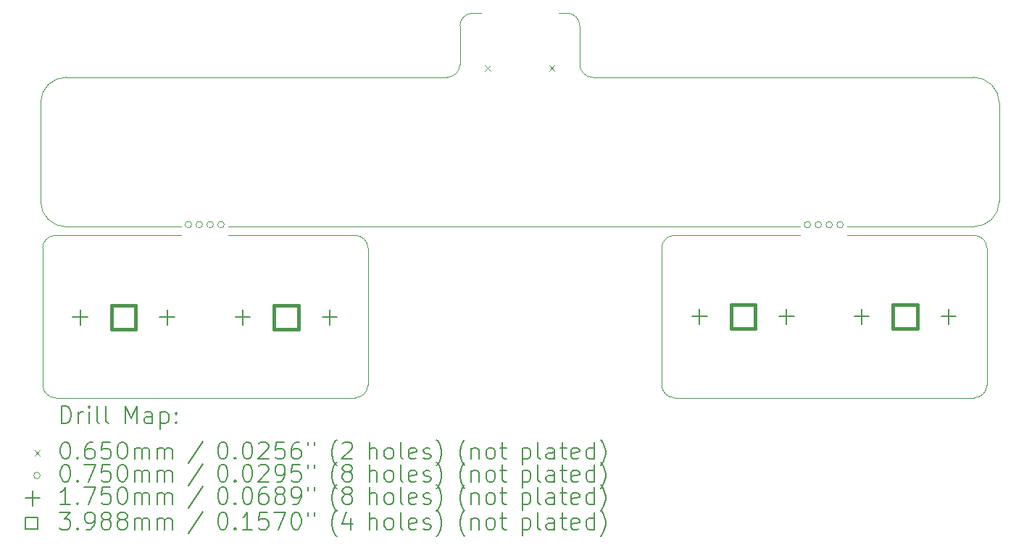
<source format=gbr>
%TF.GenerationSoftware,KiCad,Pcbnew,(7.0.0)*%
%TF.CreationDate,2023-02-23T19:52:02-08:00*%
%TF.ProjectId,4k-mania-keypad,346b2d6d-616e-4696-912d-6b6579706164,rev?*%
%TF.SameCoordinates,PX5ac6868PY7028288*%
%TF.FileFunction,Drillmap*%
%TF.FilePolarity,Positive*%
%FSLAX45Y45*%
G04 Gerber Fmt 4.5, Leading zero omitted, Abs format (unit mm)*
G04 Created by KiCad (PCBNEW (7.0.0)) date 2023-02-23 19:52:02*
%MOMM*%
%LPD*%
G01*
G04 APERTURE LIST*
%ADD10C,0.100000*%
%ADD11C,0.200000*%
%ADD12C,0.065000*%
%ADD13C,0.075000*%
%ADD14C,0.175000*%
%ADD15C,0.398780*%
G04 APERTURE END LIST*
D10*
X6281500Y4360500D02*
X6281500Y3910500D01*
X5031500Y4510500D02*
G75*
G03*
X4881500Y4360500I0J-150000D01*
G01*
X8856500Y1910500D02*
X7388500Y1910500D01*
X11038500Y1760500D02*
G75*
G03*
X10888500Y1910500I-150000J0D01*
G01*
X3806500Y160500D02*
X3806500Y1760500D01*
X4731500Y3760500D02*
G75*
G03*
X4881500Y3910500I0J150000D01*
G01*
X5031500Y4510500D02*
X5126000Y4510000D01*
X156500Y10500D02*
X3656500Y10500D01*
X6500Y1760500D02*
X6500Y160500D01*
X4881500Y4360500D02*
X4881500Y3910500D01*
X6431500Y3760500D02*
X10881500Y3760500D01*
X7238500Y1760500D02*
X7238500Y160500D01*
X10888500Y1910500D02*
X9406500Y1910500D01*
X7388500Y1910500D02*
G75*
G03*
X7238500Y1760500I0J-150000D01*
G01*
X6281500Y4360500D02*
G75*
G03*
X6131500Y4510500I-150000J0D01*
G01*
X11181500Y2310500D02*
X11181500Y3460500D01*
X6131500Y4510500D02*
X6036000Y4510000D01*
X10888500Y10500D02*
G75*
G03*
X11038500Y160500I0J150000D01*
G01*
X156500Y1910500D02*
X1624500Y1910500D01*
X-18500Y2310500D02*
G75*
G03*
X281500Y2010500I300000J0D01*
G01*
X281500Y3760500D02*
X4731500Y3760500D01*
X11038500Y160500D02*
X11038500Y1760500D01*
X6281500Y3910500D02*
G75*
G03*
X6431500Y3760500I150000J0D01*
G01*
X10881500Y2010500D02*
G75*
G03*
X11181500Y2310500I0J300000D01*
G01*
X7238500Y160500D02*
G75*
G03*
X7388500Y10500I150000J0D01*
G01*
X2174500Y2010500D02*
X8856500Y2010500D01*
X3806500Y1760500D02*
G75*
G03*
X3656500Y1910500I-150000J0D01*
G01*
X7388500Y10500D02*
X10888500Y10500D01*
X3656500Y10500D02*
G75*
G03*
X3806500Y160500I0J150000D01*
G01*
X10881500Y2010500D02*
X9406500Y2010500D01*
X156500Y1910500D02*
G75*
G03*
X6500Y1760500I0J-150000D01*
G01*
X-18500Y2310500D02*
X-18500Y3460500D01*
X281500Y3760500D02*
G75*
G03*
X-18500Y3460500I0J-300000D01*
G01*
X6500Y160500D02*
G75*
G03*
X156500Y10500I150000J0D01*
G01*
X1624500Y2010500D02*
X281500Y2010500D01*
X11181500Y3460500D02*
G75*
G03*
X10881500Y3760500I-300000J0D01*
G01*
X3656500Y1910500D02*
X2174500Y1910500D01*
D11*
D12*
X5173000Y3899000D02*
X5238000Y3834000D01*
X5238000Y3899000D02*
X5173000Y3834000D01*
X5923000Y3899000D02*
X5988000Y3834000D01*
X5988000Y3899000D02*
X5923000Y3834000D01*
D13*
X1746500Y2035500D02*
G75*
G03*
X1746500Y2035500I-37500J0D01*
G01*
X1873500Y2035500D02*
G75*
G03*
X1873500Y2035500I-37500J0D01*
G01*
X2000500Y2035500D02*
G75*
G03*
X2000500Y2035500I-37500J0D01*
G01*
X2127500Y2035500D02*
G75*
G03*
X2127500Y2035500I-37500J0D01*
G01*
X8978500Y2035500D02*
G75*
G03*
X8978500Y2035500I-37500J0D01*
G01*
X9105500Y2035500D02*
G75*
G03*
X9105500Y2035500I-37500J0D01*
G01*
X9232500Y2035500D02*
G75*
G03*
X9232500Y2035500I-37500J0D01*
G01*
X9359500Y2035500D02*
G75*
G03*
X9359500Y2035500I-37500J0D01*
G01*
D14*
X444500Y1040000D02*
X444500Y865000D01*
X357000Y952500D02*
X532000Y952500D01*
X1460500Y1040000D02*
X1460500Y865000D01*
X1373000Y952500D02*
X1548000Y952500D01*
X2344500Y1040000D02*
X2344500Y865000D01*
X2257000Y952500D02*
X2432000Y952500D01*
X3360500Y1040000D02*
X3360500Y865000D01*
X3273000Y952500D02*
X3448000Y952500D01*
X7681500Y1048000D02*
X7681500Y873000D01*
X7594000Y960500D02*
X7769000Y960500D01*
X8697500Y1048000D02*
X8697500Y873000D01*
X8610000Y960500D02*
X8785000Y960500D01*
X9573500Y1048000D02*
X9573500Y873000D01*
X9486000Y960500D02*
X9661000Y960500D01*
X10589500Y1048000D02*
X10589500Y873000D01*
X10502000Y960500D02*
X10677000Y960500D01*
D15*
X1093491Y811509D02*
X1093491Y1093491D01*
X811509Y1093491D01*
X811509Y811509D01*
X1093491Y811509D01*
X2993491Y811509D02*
X2993491Y1093491D01*
X2711509Y1093491D01*
X2711509Y811509D01*
X2993491Y811509D01*
X8330491Y819509D02*
X8330491Y1101491D01*
X8048509Y1101491D01*
X8048509Y819509D01*
X8330491Y819509D01*
X10222491Y819509D02*
X10222491Y1101491D01*
X9940509Y1101491D01*
X9940509Y819509D01*
X10222491Y819509D01*
D11*
X224119Y-287976D02*
X224119Y-87976D01*
X224119Y-87976D02*
X271738Y-87976D01*
X271738Y-87976D02*
X300310Y-97500D01*
X300310Y-97500D02*
X319357Y-116548D01*
X319357Y-116548D02*
X328881Y-135595D01*
X328881Y-135595D02*
X338405Y-173690D01*
X338405Y-173690D02*
X338405Y-202262D01*
X338405Y-202262D02*
X328881Y-240357D01*
X328881Y-240357D02*
X319357Y-259405D01*
X319357Y-259405D02*
X300310Y-278452D01*
X300310Y-278452D02*
X271738Y-287976D01*
X271738Y-287976D02*
X224119Y-287976D01*
X424119Y-287976D02*
X424119Y-154643D01*
X424119Y-192738D02*
X433643Y-173690D01*
X433643Y-173690D02*
X443167Y-164167D01*
X443167Y-164167D02*
X462214Y-154643D01*
X462214Y-154643D02*
X481262Y-154643D01*
X547929Y-287976D02*
X547929Y-154643D01*
X547929Y-87976D02*
X538405Y-97500D01*
X538405Y-97500D02*
X547929Y-107024D01*
X547929Y-107024D02*
X557452Y-97500D01*
X557452Y-97500D02*
X547929Y-87976D01*
X547929Y-87976D02*
X547929Y-107024D01*
X671738Y-287976D02*
X652690Y-278452D01*
X652690Y-278452D02*
X643167Y-259405D01*
X643167Y-259405D02*
X643167Y-87976D01*
X776500Y-287976D02*
X757452Y-278452D01*
X757452Y-278452D02*
X747928Y-259405D01*
X747928Y-259405D02*
X747928Y-87976D01*
X972690Y-287976D02*
X972690Y-87976D01*
X972690Y-87976D02*
X1039357Y-230833D01*
X1039357Y-230833D02*
X1106024Y-87976D01*
X1106024Y-87976D02*
X1106024Y-287976D01*
X1286976Y-287976D02*
X1286976Y-183214D01*
X1286976Y-183214D02*
X1277452Y-164167D01*
X1277452Y-164167D02*
X1258405Y-154643D01*
X1258405Y-154643D02*
X1220309Y-154643D01*
X1220309Y-154643D02*
X1201262Y-164167D01*
X1286976Y-278452D02*
X1267929Y-287976D01*
X1267929Y-287976D02*
X1220309Y-287976D01*
X1220309Y-287976D02*
X1201262Y-278452D01*
X1201262Y-278452D02*
X1191738Y-259405D01*
X1191738Y-259405D02*
X1191738Y-240357D01*
X1191738Y-240357D02*
X1201262Y-221309D01*
X1201262Y-221309D02*
X1220309Y-211786D01*
X1220309Y-211786D02*
X1267929Y-211786D01*
X1267929Y-211786D02*
X1286976Y-202262D01*
X1382214Y-154643D02*
X1382214Y-354643D01*
X1382214Y-164167D02*
X1401262Y-154643D01*
X1401262Y-154643D02*
X1439357Y-154643D01*
X1439357Y-154643D02*
X1458405Y-164167D01*
X1458405Y-164167D02*
X1467928Y-173690D01*
X1467928Y-173690D02*
X1477452Y-192738D01*
X1477452Y-192738D02*
X1477452Y-249881D01*
X1477452Y-249881D02*
X1467928Y-268929D01*
X1467928Y-268929D02*
X1458405Y-278452D01*
X1458405Y-278452D02*
X1439357Y-287976D01*
X1439357Y-287976D02*
X1401262Y-287976D01*
X1401262Y-287976D02*
X1382214Y-278452D01*
X1563167Y-268929D02*
X1572690Y-278452D01*
X1572690Y-278452D02*
X1563167Y-287976D01*
X1563167Y-287976D02*
X1553643Y-278452D01*
X1553643Y-278452D02*
X1563167Y-268929D01*
X1563167Y-268929D02*
X1563167Y-287976D01*
X1563167Y-164167D02*
X1572690Y-173690D01*
X1572690Y-173690D02*
X1563167Y-183214D01*
X1563167Y-183214D02*
X1553643Y-173690D01*
X1553643Y-173690D02*
X1563167Y-164167D01*
X1563167Y-164167D02*
X1563167Y-183214D01*
D12*
X-88500Y-602000D02*
X-23500Y-667000D01*
X-23500Y-602000D02*
X-88500Y-667000D01*
D11*
X262214Y-507976D02*
X281262Y-507976D01*
X281262Y-507976D02*
X300310Y-517500D01*
X300310Y-517500D02*
X309833Y-527024D01*
X309833Y-527024D02*
X319357Y-546071D01*
X319357Y-546071D02*
X328881Y-584167D01*
X328881Y-584167D02*
X328881Y-631786D01*
X328881Y-631786D02*
X319357Y-669881D01*
X319357Y-669881D02*
X309833Y-688929D01*
X309833Y-688929D02*
X300310Y-698452D01*
X300310Y-698452D02*
X281262Y-707976D01*
X281262Y-707976D02*
X262214Y-707976D01*
X262214Y-707976D02*
X243167Y-698452D01*
X243167Y-698452D02*
X233643Y-688929D01*
X233643Y-688929D02*
X224119Y-669881D01*
X224119Y-669881D02*
X214595Y-631786D01*
X214595Y-631786D02*
X214595Y-584167D01*
X214595Y-584167D02*
X224119Y-546071D01*
X224119Y-546071D02*
X233643Y-527024D01*
X233643Y-527024D02*
X243167Y-517500D01*
X243167Y-517500D02*
X262214Y-507976D01*
X414595Y-688929D02*
X424119Y-698452D01*
X424119Y-698452D02*
X414595Y-707976D01*
X414595Y-707976D02*
X405071Y-698452D01*
X405071Y-698452D02*
X414595Y-688929D01*
X414595Y-688929D02*
X414595Y-707976D01*
X595548Y-507976D02*
X557452Y-507976D01*
X557452Y-507976D02*
X538405Y-517500D01*
X538405Y-517500D02*
X528881Y-527024D01*
X528881Y-527024D02*
X509833Y-555595D01*
X509833Y-555595D02*
X500309Y-593690D01*
X500309Y-593690D02*
X500309Y-669881D01*
X500309Y-669881D02*
X509833Y-688929D01*
X509833Y-688929D02*
X519357Y-698452D01*
X519357Y-698452D02*
X538405Y-707976D01*
X538405Y-707976D02*
X576500Y-707976D01*
X576500Y-707976D02*
X595548Y-698452D01*
X595548Y-698452D02*
X605071Y-688929D01*
X605071Y-688929D02*
X614595Y-669881D01*
X614595Y-669881D02*
X614595Y-622262D01*
X614595Y-622262D02*
X605071Y-603214D01*
X605071Y-603214D02*
X595548Y-593690D01*
X595548Y-593690D02*
X576500Y-584167D01*
X576500Y-584167D02*
X538405Y-584167D01*
X538405Y-584167D02*
X519357Y-593690D01*
X519357Y-593690D02*
X509833Y-603214D01*
X509833Y-603214D02*
X500309Y-622262D01*
X795548Y-507976D02*
X700309Y-507976D01*
X700309Y-507976D02*
X690786Y-603214D01*
X690786Y-603214D02*
X700309Y-593690D01*
X700309Y-593690D02*
X719357Y-584167D01*
X719357Y-584167D02*
X766976Y-584167D01*
X766976Y-584167D02*
X786024Y-593690D01*
X786024Y-593690D02*
X795548Y-603214D01*
X795548Y-603214D02*
X805071Y-622262D01*
X805071Y-622262D02*
X805071Y-669881D01*
X805071Y-669881D02*
X795548Y-688929D01*
X795548Y-688929D02*
X786024Y-698452D01*
X786024Y-698452D02*
X766976Y-707976D01*
X766976Y-707976D02*
X719357Y-707976D01*
X719357Y-707976D02*
X700309Y-698452D01*
X700309Y-698452D02*
X690786Y-688929D01*
X928881Y-507976D02*
X947929Y-507976D01*
X947929Y-507976D02*
X966976Y-517500D01*
X966976Y-517500D02*
X976500Y-527024D01*
X976500Y-527024D02*
X986024Y-546071D01*
X986024Y-546071D02*
X995548Y-584167D01*
X995548Y-584167D02*
X995548Y-631786D01*
X995548Y-631786D02*
X986024Y-669881D01*
X986024Y-669881D02*
X976500Y-688929D01*
X976500Y-688929D02*
X966976Y-698452D01*
X966976Y-698452D02*
X947929Y-707976D01*
X947929Y-707976D02*
X928881Y-707976D01*
X928881Y-707976D02*
X909833Y-698452D01*
X909833Y-698452D02*
X900309Y-688929D01*
X900309Y-688929D02*
X890786Y-669881D01*
X890786Y-669881D02*
X881262Y-631786D01*
X881262Y-631786D02*
X881262Y-584167D01*
X881262Y-584167D02*
X890786Y-546071D01*
X890786Y-546071D02*
X900309Y-527024D01*
X900309Y-527024D02*
X909833Y-517500D01*
X909833Y-517500D02*
X928881Y-507976D01*
X1081262Y-707976D02*
X1081262Y-574643D01*
X1081262Y-593690D02*
X1090786Y-584167D01*
X1090786Y-584167D02*
X1109833Y-574643D01*
X1109833Y-574643D02*
X1138405Y-574643D01*
X1138405Y-574643D02*
X1157452Y-584167D01*
X1157452Y-584167D02*
X1166976Y-603214D01*
X1166976Y-603214D02*
X1166976Y-707976D01*
X1166976Y-603214D02*
X1176500Y-584167D01*
X1176500Y-584167D02*
X1195548Y-574643D01*
X1195548Y-574643D02*
X1224119Y-574643D01*
X1224119Y-574643D02*
X1243167Y-584167D01*
X1243167Y-584167D02*
X1252691Y-603214D01*
X1252691Y-603214D02*
X1252691Y-707976D01*
X1347929Y-707976D02*
X1347929Y-574643D01*
X1347929Y-593690D02*
X1357452Y-584167D01*
X1357452Y-584167D02*
X1376500Y-574643D01*
X1376500Y-574643D02*
X1405071Y-574643D01*
X1405071Y-574643D02*
X1424119Y-584167D01*
X1424119Y-584167D02*
X1433643Y-603214D01*
X1433643Y-603214D02*
X1433643Y-707976D01*
X1433643Y-603214D02*
X1443167Y-584167D01*
X1443167Y-584167D02*
X1462214Y-574643D01*
X1462214Y-574643D02*
X1490786Y-574643D01*
X1490786Y-574643D02*
X1509833Y-584167D01*
X1509833Y-584167D02*
X1519357Y-603214D01*
X1519357Y-603214D02*
X1519357Y-707976D01*
X1877452Y-498452D02*
X1706024Y-755595D01*
X2102214Y-507976D02*
X2121262Y-507976D01*
X2121262Y-507976D02*
X2140310Y-517500D01*
X2140310Y-517500D02*
X2149833Y-527024D01*
X2149833Y-527024D02*
X2159357Y-546071D01*
X2159357Y-546071D02*
X2168881Y-584167D01*
X2168881Y-584167D02*
X2168881Y-631786D01*
X2168881Y-631786D02*
X2159357Y-669881D01*
X2159357Y-669881D02*
X2149833Y-688929D01*
X2149833Y-688929D02*
X2140310Y-698452D01*
X2140310Y-698452D02*
X2121262Y-707976D01*
X2121262Y-707976D02*
X2102214Y-707976D01*
X2102214Y-707976D02*
X2083167Y-698452D01*
X2083167Y-698452D02*
X2073643Y-688929D01*
X2073643Y-688929D02*
X2064119Y-669881D01*
X2064119Y-669881D02*
X2054595Y-631786D01*
X2054595Y-631786D02*
X2054595Y-584167D01*
X2054595Y-584167D02*
X2064119Y-546071D01*
X2064119Y-546071D02*
X2073643Y-527024D01*
X2073643Y-527024D02*
X2083167Y-517500D01*
X2083167Y-517500D02*
X2102214Y-507976D01*
X2254595Y-688929D02*
X2264119Y-698452D01*
X2264119Y-698452D02*
X2254595Y-707976D01*
X2254595Y-707976D02*
X2245072Y-698452D01*
X2245072Y-698452D02*
X2254595Y-688929D01*
X2254595Y-688929D02*
X2254595Y-707976D01*
X2387929Y-507976D02*
X2406976Y-507976D01*
X2406976Y-507976D02*
X2426024Y-517500D01*
X2426024Y-517500D02*
X2435548Y-527024D01*
X2435548Y-527024D02*
X2445072Y-546071D01*
X2445072Y-546071D02*
X2454595Y-584167D01*
X2454595Y-584167D02*
X2454595Y-631786D01*
X2454595Y-631786D02*
X2445072Y-669881D01*
X2445072Y-669881D02*
X2435548Y-688929D01*
X2435548Y-688929D02*
X2426024Y-698452D01*
X2426024Y-698452D02*
X2406976Y-707976D01*
X2406976Y-707976D02*
X2387929Y-707976D01*
X2387929Y-707976D02*
X2368881Y-698452D01*
X2368881Y-698452D02*
X2359357Y-688929D01*
X2359357Y-688929D02*
X2349833Y-669881D01*
X2349833Y-669881D02*
X2340310Y-631786D01*
X2340310Y-631786D02*
X2340310Y-584167D01*
X2340310Y-584167D02*
X2349833Y-546071D01*
X2349833Y-546071D02*
X2359357Y-527024D01*
X2359357Y-527024D02*
X2368881Y-517500D01*
X2368881Y-517500D02*
X2387929Y-507976D01*
X2530786Y-527024D02*
X2540310Y-517500D01*
X2540310Y-517500D02*
X2559357Y-507976D01*
X2559357Y-507976D02*
X2606976Y-507976D01*
X2606976Y-507976D02*
X2626024Y-517500D01*
X2626024Y-517500D02*
X2635548Y-527024D01*
X2635548Y-527024D02*
X2645072Y-546071D01*
X2645072Y-546071D02*
X2645072Y-565119D01*
X2645072Y-565119D02*
X2635548Y-593690D01*
X2635548Y-593690D02*
X2521262Y-707976D01*
X2521262Y-707976D02*
X2645072Y-707976D01*
X2826024Y-507976D02*
X2730786Y-507976D01*
X2730786Y-507976D02*
X2721262Y-603214D01*
X2721262Y-603214D02*
X2730786Y-593690D01*
X2730786Y-593690D02*
X2749833Y-584167D01*
X2749833Y-584167D02*
X2797452Y-584167D01*
X2797452Y-584167D02*
X2816500Y-593690D01*
X2816500Y-593690D02*
X2826024Y-603214D01*
X2826024Y-603214D02*
X2835548Y-622262D01*
X2835548Y-622262D02*
X2835548Y-669881D01*
X2835548Y-669881D02*
X2826024Y-688929D01*
X2826024Y-688929D02*
X2816500Y-698452D01*
X2816500Y-698452D02*
X2797452Y-707976D01*
X2797452Y-707976D02*
X2749833Y-707976D01*
X2749833Y-707976D02*
X2730786Y-698452D01*
X2730786Y-698452D02*
X2721262Y-688929D01*
X3006976Y-507976D02*
X2968881Y-507976D01*
X2968881Y-507976D02*
X2949833Y-517500D01*
X2949833Y-517500D02*
X2940310Y-527024D01*
X2940310Y-527024D02*
X2921262Y-555595D01*
X2921262Y-555595D02*
X2911738Y-593690D01*
X2911738Y-593690D02*
X2911738Y-669881D01*
X2911738Y-669881D02*
X2921262Y-688929D01*
X2921262Y-688929D02*
X2930786Y-698452D01*
X2930786Y-698452D02*
X2949833Y-707976D01*
X2949833Y-707976D02*
X2987929Y-707976D01*
X2987929Y-707976D02*
X3006976Y-698452D01*
X3006976Y-698452D02*
X3016500Y-688929D01*
X3016500Y-688929D02*
X3026024Y-669881D01*
X3026024Y-669881D02*
X3026024Y-622262D01*
X3026024Y-622262D02*
X3016500Y-603214D01*
X3016500Y-603214D02*
X3006976Y-593690D01*
X3006976Y-593690D02*
X2987929Y-584167D01*
X2987929Y-584167D02*
X2949833Y-584167D01*
X2949833Y-584167D02*
X2930786Y-593690D01*
X2930786Y-593690D02*
X2921262Y-603214D01*
X2921262Y-603214D02*
X2911738Y-622262D01*
X3102214Y-507976D02*
X3102214Y-546071D01*
X3178405Y-507976D02*
X3178405Y-546071D01*
X3441262Y-784167D02*
X3431738Y-774643D01*
X3431738Y-774643D02*
X3412691Y-746071D01*
X3412691Y-746071D02*
X3403167Y-727024D01*
X3403167Y-727024D02*
X3393643Y-698452D01*
X3393643Y-698452D02*
X3384119Y-650833D01*
X3384119Y-650833D02*
X3384119Y-612738D01*
X3384119Y-612738D02*
X3393643Y-565119D01*
X3393643Y-565119D02*
X3403167Y-536548D01*
X3403167Y-536548D02*
X3412691Y-517500D01*
X3412691Y-517500D02*
X3431738Y-488928D01*
X3431738Y-488928D02*
X3441262Y-479405D01*
X3507929Y-527024D02*
X3517452Y-517500D01*
X3517452Y-517500D02*
X3536500Y-507976D01*
X3536500Y-507976D02*
X3584119Y-507976D01*
X3584119Y-507976D02*
X3603167Y-517500D01*
X3603167Y-517500D02*
X3612691Y-527024D01*
X3612691Y-527024D02*
X3622214Y-546071D01*
X3622214Y-546071D02*
X3622214Y-565119D01*
X3622214Y-565119D02*
X3612691Y-593690D01*
X3612691Y-593690D02*
X3498405Y-707976D01*
X3498405Y-707976D02*
X3622214Y-707976D01*
X3827929Y-707976D02*
X3827929Y-507976D01*
X3913643Y-707976D02*
X3913643Y-603214D01*
X3913643Y-603214D02*
X3904119Y-584167D01*
X3904119Y-584167D02*
X3885072Y-574643D01*
X3885072Y-574643D02*
X3856500Y-574643D01*
X3856500Y-574643D02*
X3837452Y-584167D01*
X3837452Y-584167D02*
X3827929Y-593690D01*
X4037452Y-707976D02*
X4018405Y-698452D01*
X4018405Y-698452D02*
X4008881Y-688929D01*
X4008881Y-688929D02*
X3999357Y-669881D01*
X3999357Y-669881D02*
X3999357Y-612738D01*
X3999357Y-612738D02*
X4008881Y-593690D01*
X4008881Y-593690D02*
X4018405Y-584167D01*
X4018405Y-584167D02*
X4037452Y-574643D01*
X4037452Y-574643D02*
X4066024Y-574643D01*
X4066024Y-574643D02*
X4085072Y-584167D01*
X4085072Y-584167D02*
X4094595Y-593690D01*
X4094595Y-593690D02*
X4104119Y-612738D01*
X4104119Y-612738D02*
X4104119Y-669881D01*
X4104119Y-669881D02*
X4094595Y-688929D01*
X4094595Y-688929D02*
X4085072Y-698452D01*
X4085072Y-698452D02*
X4066024Y-707976D01*
X4066024Y-707976D02*
X4037452Y-707976D01*
X4218405Y-707976D02*
X4199357Y-698452D01*
X4199357Y-698452D02*
X4189833Y-679405D01*
X4189833Y-679405D02*
X4189833Y-507976D01*
X4370786Y-698452D02*
X4351738Y-707976D01*
X4351738Y-707976D02*
X4313643Y-707976D01*
X4313643Y-707976D02*
X4294595Y-698452D01*
X4294595Y-698452D02*
X4285072Y-679405D01*
X4285072Y-679405D02*
X4285072Y-603214D01*
X4285072Y-603214D02*
X4294595Y-584167D01*
X4294595Y-584167D02*
X4313643Y-574643D01*
X4313643Y-574643D02*
X4351738Y-574643D01*
X4351738Y-574643D02*
X4370786Y-584167D01*
X4370786Y-584167D02*
X4380310Y-603214D01*
X4380310Y-603214D02*
X4380310Y-622262D01*
X4380310Y-622262D02*
X4285072Y-641310D01*
X4456500Y-698452D02*
X4475548Y-707976D01*
X4475548Y-707976D02*
X4513643Y-707976D01*
X4513643Y-707976D02*
X4532691Y-698452D01*
X4532691Y-698452D02*
X4542215Y-679405D01*
X4542215Y-679405D02*
X4542215Y-669881D01*
X4542215Y-669881D02*
X4532691Y-650833D01*
X4532691Y-650833D02*
X4513643Y-641310D01*
X4513643Y-641310D02*
X4485072Y-641310D01*
X4485072Y-641310D02*
X4466024Y-631786D01*
X4466024Y-631786D02*
X4456500Y-612738D01*
X4456500Y-612738D02*
X4456500Y-603214D01*
X4456500Y-603214D02*
X4466024Y-584167D01*
X4466024Y-584167D02*
X4485072Y-574643D01*
X4485072Y-574643D02*
X4513643Y-574643D01*
X4513643Y-574643D02*
X4532691Y-584167D01*
X4608881Y-784167D02*
X4618405Y-774643D01*
X4618405Y-774643D02*
X4637453Y-746071D01*
X4637453Y-746071D02*
X4646976Y-727024D01*
X4646976Y-727024D02*
X4656500Y-698452D01*
X4656500Y-698452D02*
X4666024Y-650833D01*
X4666024Y-650833D02*
X4666024Y-612738D01*
X4666024Y-612738D02*
X4656500Y-565119D01*
X4656500Y-565119D02*
X4646976Y-536548D01*
X4646976Y-536548D02*
X4637453Y-517500D01*
X4637453Y-517500D02*
X4618405Y-488928D01*
X4618405Y-488928D02*
X4608881Y-479405D01*
X4938405Y-784167D02*
X4928881Y-774643D01*
X4928881Y-774643D02*
X4909834Y-746071D01*
X4909834Y-746071D02*
X4900310Y-727024D01*
X4900310Y-727024D02*
X4890786Y-698452D01*
X4890786Y-698452D02*
X4881262Y-650833D01*
X4881262Y-650833D02*
X4881262Y-612738D01*
X4881262Y-612738D02*
X4890786Y-565119D01*
X4890786Y-565119D02*
X4900310Y-536548D01*
X4900310Y-536548D02*
X4909834Y-517500D01*
X4909834Y-517500D02*
X4928881Y-488928D01*
X4928881Y-488928D02*
X4938405Y-479405D01*
X5014595Y-574643D02*
X5014595Y-707976D01*
X5014595Y-593690D02*
X5024119Y-584167D01*
X5024119Y-584167D02*
X5043167Y-574643D01*
X5043167Y-574643D02*
X5071738Y-574643D01*
X5071738Y-574643D02*
X5090786Y-584167D01*
X5090786Y-584167D02*
X5100310Y-603214D01*
X5100310Y-603214D02*
X5100310Y-707976D01*
X5224119Y-707976D02*
X5205072Y-698452D01*
X5205072Y-698452D02*
X5195548Y-688929D01*
X5195548Y-688929D02*
X5186024Y-669881D01*
X5186024Y-669881D02*
X5186024Y-612738D01*
X5186024Y-612738D02*
X5195548Y-593690D01*
X5195548Y-593690D02*
X5205072Y-584167D01*
X5205072Y-584167D02*
X5224119Y-574643D01*
X5224119Y-574643D02*
X5252691Y-574643D01*
X5252691Y-574643D02*
X5271738Y-584167D01*
X5271738Y-584167D02*
X5281262Y-593690D01*
X5281262Y-593690D02*
X5290786Y-612738D01*
X5290786Y-612738D02*
X5290786Y-669881D01*
X5290786Y-669881D02*
X5281262Y-688929D01*
X5281262Y-688929D02*
X5271738Y-698452D01*
X5271738Y-698452D02*
X5252691Y-707976D01*
X5252691Y-707976D02*
X5224119Y-707976D01*
X5347929Y-574643D02*
X5424119Y-574643D01*
X5376500Y-507976D02*
X5376500Y-679405D01*
X5376500Y-679405D02*
X5386024Y-698452D01*
X5386024Y-698452D02*
X5405072Y-707976D01*
X5405072Y-707976D02*
X5424119Y-707976D01*
X5610786Y-574643D02*
X5610786Y-774643D01*
X5610786Y-584167D02*
X5629833Y-574643D01*
X5629833Y-574643D02*
X5667929Y-574643D01*
X5667929Y-574643D02*
X5686976Y-584167D01*
X5686976Y-584167D02*
X5696500Y-593690D01*
X5696500Y-593690D02*
X5706024Y-612738D01*
X5706024Y-612738D02*
X5706024Y-669881D01*
X5706024Y-669881D02*
X5696500Y-688929D01*
X5696500Y-688929D02*
X5686976Y-698452D01*
X5686976Y-698452D02*
X5667929Y-707976D01*
X5667929Y-707976D02*
X5629833Y-707976D01*
X5629833Y-707976D02*
X5610786Y-698452D01*
X5820310Y-707976D02*
X5801262Y-698452D01*
X5801262Y-698452D02*
X5791738Y-679405D01*
X5791738Y-679405D02*
X5791738Y-507976D01*
X5982214Y-707976D02*
X5982214Y-603214D01*
X5982214Y-603214D02*
X5972691Y-584167D01*
X5972691Y-584167D02*
X5953643Y-574643D01*
X5953643Y-574643D02*
X5915548Y-574643D01*
X5915548Y-574643D02*
X5896500Y-584167D01*
X5982214Y-698452D02*
X5963167Y-707976D01*
X5963167Y-707976D02*
X5915548Y-707976D01*
X5915548Y-707976D02*
X5896500Y-698452D01*
X5896500Y-698452D02*
X5886976Y-679405D01*
X5886976Y-679405D02*
X5886976Y-660357D01*
X5886976Y-660357D02*
X5896500Y-641310D01*
X5896500Y-641310D02*
X5915548Y-631786D01*
X5915548Y-631786D02*
X5963167Y-631786D01*
X5963167Y-631786D02*
X5982214Y-622262D01*
X6048881Y-574643D02*
X6125072Y-574643D01*
X6077453Y-507976D02*
X6077453Y-679405D01*
X6077453Y-679405D02*
X6086976Y-698452D01*
X6086976Y-698452D02*
X6106024Y-707976D01*
X6106024Y-707976D02*
X6125072Y-707976D01*
X6267929Y-698452D02*
X6248881Y-707976D01*
X6248881Y-707976D02*
X6210786Y-707976D01*
X6210786Y-707976D02*
X6191738Y-698452D01*
X6191738Y-698452D02*
X6182214Y-679405D01*
X6182214Y-679405D02*
X6182214Y-603214D01*
X6182214Y-603214D02*
X6191738Y-584167D01*
X6191738Y-584167D02*
X6210786Y-574643D01*
X6210786Y-574643D02*
X6248881Y-574643D01*
X6248881Y-574643D02*
X6267929Y-584167D01*
X6267929Y-584167D02*
X6277453Y-603214D01*
X6277453Y-603214D02*
X6277453Y-622262D01*
X6277453Y-622262D02*
X6182214Y-641310D01*
X6448881Y-707976D02*
X6448881Y-507976D01*
X6448881Y-698452D02*
X6429834Y-707976D01*
X6429834Y-707976D02*
X6391738Y-707976D01*
X6391738Y-707976D02*
X6372691Y-698452D01*
X6372691Y-698452D02*
X6363167Y-688929D01*
X6363167Y-688929D02*
X6353643Y-669881D01*
X6353643Y-669881D02*
X6353643Y-612738D01*
X6353643Y-612738D02*
X6363167Y-593690D01*
X6363167Y-593690D02*
X6372691Y-584167D01*
X6372691Y-584167D02*
X6391738Y-574643D01*
X6391738Y-574643D02*
X6429834Y-574643D01*
X6429834Y-574643D02*
X6448881Y-584167D01*
X6525072Y-784167D02*
X6534595Y-774643D01*
X6534595Y-774643D02*
X6553643Y-746071D01*
X6553643Y-746071D02*
X6563167Y-727024D01*
X6563167Y-727024D02*
X6572691Y-698452D01*
X6572691Y-698452D02*
X6582214Y-650833D01*
X6582214Y-650833D02*
X6582214Y-612738D01*
X6582214Y-612738D02*
X6572691Y-565119D01*
X6572691Y-565119D02*
X6563167Y-536548D01*
X6563167Y-536548D02*
X6553643Y-517500D01*
X6553643Y-517500D02*
X6534595Y-488928D01*
X6534595Y-488928D02*
X6525072Y-479405D01*
D13*
X-23500Y-898500D02*
G75*
G03*
X-23500Y-898500I-37500J0D01*
G01*
D11*
X262214Y-771976D02*
X281262Y-771976D01*
X281262Y-771976D02*
X300310Y-781500D01*
X300310Y-781500D02*
X309833Y-791024D01*
X309833Y-791024D02*
X319357Y-810071D01*
X319357Y-810071D02*
X328881Y-848167D01*
X328881Y-848167D02*
X328881Y-895786D01*
X328881Y-895786D02*
X319357Y-933881D01*
X319357Y-933881D02*
X309833Y-952928D01*
X309833Y-952928D02*
X300310Y-962452D01*
X300310Y-962452D02*
X281262Y-971976D01*
X281262Y-971976D02*
X262214Y-971976D01*
X262214Y-971976D02*
X243167Y-962452D01*
X243167Y-962452D02*
X233643Y-952928D01*
X233643Y-952928D02*
X224119Y-933881D01*
X224119Y-933881D02*
X214595Y-895786D01*
X214595Y-895786D02*
X214595Y-848167D01*
X214595Y-848167D02*
X224119Y-810071D01*
X224119Y-810071D02*
X233643Y-791024D01*
X233643Y-791024D02*
X243167Y-781500D01*
X243167Y-781500D02*
X262214Y-771976D01*
X414595Y-952928D02*
X424119Y-962452D01*
X424119Y-962452D02*
X414595Y-971976D01*
X414595Y-971976D02*
X405071Y-962452D01*
X405071Y-962452D02*
X414595Y-952928D01*
X414595Y-952928D02*
X414595Y-971976D01*
X490786Y-771976D02*
X624119Y-771976D01*
X624119Y-771976D02*
X538405Y-971976D01*
X795548Y-771976D02*
X700309Y-771976D01*
X700309Y-771976D02*
X690786Y-867214D01*
X690786Y-867214D02*
X700309Y-857690D01*
X700309Y-857690D02*
X719357Y-848167D01*
X719357Y-848167D02*
X766976Y-848167D01*
X766976Y-848167D02*
X786024Y-857690D01*
X786024Y-857690D02*
X795548Y-867214D01*
X795548Y-867214D02*
X805071Y-886262D01*
X805071Y-886262D02*
X805071Y-933881D01*
X805071Y-933881D02*
X795548Y-952928D01*
X795548Y-952928D02*
X786024Y-962452D01*
X786024Y-962452D02*
X766976Y-971976D01*
X766976Y-971976D02*
X719357Y-971976D01*
X719357Y-971976D02*
X700309Y-962452D01*
X700309Y-962452D02*
X690786Y-952928D01*
X928881Y-771976D02*
X947929Y-771976D01*
X947929Y-771976D02*
X966976Y-781500D01*
X966976Y-781500D02*
X976500Y-791024D01*
X976500Y-791024D02*
X986024Y-810071D01*
X986024Y-810071D02*
X995548Y-848167D01*
X995548Y-848167D02*
X995548Y-895786D01*
X995548Y-895786D02*
X986024Y-933881D01*
X986024Y-933881D02*
X976500Y-952928D01*
X976500Y-952928D02*
X966976Y-962452D01*
X966976Y-962452D02*
X947929Y-971976D01*
X947929Y-971976D02*
X928881Y-971976D01*
X928881Y-971976D02*
X909833Y-962452D01*
X909833Y-962452D02*
X900309Y-952928D01*
X900309Y-952928D02*
X890786Y-933881D01*
X890786Y-933881D02*
X881262Y-895786D01*
X881262Y-895786D02*
X881262Y-848167D01*
X881262Y-848167D02*
X890786Y-810071D01*
X890786Y-810071D02*
X900309Y-791024D01*
X900309Y-791024D02*
X909833Y-781500D01*
X909833Y-781500D02*
X928881Y-771976D01*
X1081262Y-971976D02*
X1081262Y-838643D01*
X1081262Y-857690D02*
X1090786Y-848167D01*
X1090786Y-848167D02*
X1109833Y-838643D01*
X1109833Y-838643D02*
X1138405Y-838643D01*
X1138405Y-838643D02*
X1157452Y-848167D01*
X1157452Y-848167D02*
X1166976Y-867214D01*
X1166976Y-867214D02*
X1166976Y-971976D01*
X1166976Y-867214D02*
X1176500Y-848167D01*
X1176500Y-848167D02*
X1195548Y-838643D01*
X1195548Y-838643D02*
X1224119Y-838643D01*
X1224119Y-838643D02*
X1243167Y-848167D01*
X1243167Y-848167D02*
X1252691Y-867214D01*
X1252691Y-867214D02*
X1252691Y-971976D01*
X1347929Y-971976D02*
X1347929Y-838643D01*
X1347929Y-857690D02*
X1357452Y-848167D01*
X1357452Y-848167D02*
X1376500Y-838643D01*
X1376500Y-838643D02*
X1405071Y-838643D01*
X1405071Y-838643D02*
X1424119Y-848167D01*
X1424119Y-848167D02*
X1433643Y-867214D01*
X1433643Y-867214D02*
X1433643Y-971976D01*
X1433643Y-867214D02*
X1443167Y-848167D01*
X1443167Y-848167D02*
X1462214Y-838643D01*
X1462214Y-838643D02*
X1490786Y-838643D01*
X1490786Y-838643D02*
X1509833Y-848167D01*
X1509833Y-848167D02*
X1519357Y-867214D01*
X1519357Y-867214D02*
X1519357Y-971976D01*
X1877452Y-762452D02*
X1706024Y-1019595D01*
X2102214Y-771976D02*
X2121262Y-771976D01*
X2121262Y-771976D02*
X2140310Y-781500D01*
X2140310Y-781500D02*
X2149833Y-791024D01*
X2149833Y-791024D02*
X2159357Y-810071D01*
X2159357Y-810071D02*
X2168881Y-848167D01*
X2168881Y-848167D02*
X2168881Y-895786D01*
X2168881Y-895786D02*
X2159357Y-933881D01*
X2159357Y-933881D02*
X2149833Y-952928D01*
X2149833Y-952928D02*
X2140310Y-962452D01*
X2140310Y-962452D02*
X2121262Y-971976D01*
X2121262Y-971976D02*
X2102214Y-971976D01*
X2102214Y-971976D02*
X2083167Y-962452D01*
X2083167Y-962452D02*
X2073643Y-952928D01*
X2073643Y-952928D02*
X2064119Y-933881D01*
X2064119Y-933881D02*
X2054595Y-895786D01*
X2054595Y-895786D02*
X2054595Y-848167D01*
X2054595Y-848167D02*
X2064119Y-810071D01*
X2064119Y-810071D02*
X2073643Y-791024D01*
X2073643Y-791024D02*
X2083167Y-781500D01*
X2083167Y-781500D02*
X2102214Y-771976D01*
X2254595Y-952928D02*
X2264119Y-962452D01*
X2264119Y-962452D02*
X2254595Y-971976D01*
X2254595Y-971976D02*
X2245072Y-962452D01*
X2245072Y-962452D02*
X2254595Y-952928D01*
X2254595Y-952928D02*
X2254595Y-971976D01*
X2387929Y-771976D02*
X2406976Y-771976D01*
X2406976Y-771976D02*
X2426024Y-781500D01*
X2426024Y-781500D02*
X2435548Y-791024D01*
X2435548Y-791024D02*
X2445072Y-810071D01*
X2445072Y-810071D02*
X2454595Y-848167D01*
X2454595Y-848167D02*
X2454595Y-895786D01*
X2454595Y-895786D02*
X2445072Y-933881D01*
X2445072Y-933881D02*
X2435548Y-952928D01*
X2435548Y-952928D02*
X2426024Y-962452D01*
X2426024Y-962452D02*
X2406976Y-971976D01*
X2406976Y-971976D02*
X2387929Y-971976D01*
X2387929Y-971976D02*
X2368881Y-962452D01*
X2368881Y-962452D02*
X2359357Y-952928D01*
X2359357Y-952928D02*
X2349833Y-933881D01*
X2349833Y-933881D02*
X2340310Y-895786D01*
X2340310Y-895786D02*
X2340310Y-848167D01*
X2340310Y-848167D02*
X2349833Y-810071D01*
X2349833Y-810071D02*
X2359357Y-791024D01*
X2359357Y-791024D02*
X2368881Y-781500D01*
X2368881Y-781500D02*
X2387929Y-771976D01*
X2530786Y-791024D02*
X2540310Y-781500D01*
X2540310Y-781500D02*
X2559357Y-771976D01*
X2559357Y-771976D02*
X2606976Y-771976D01*
X2606976Y-771976D02*
X2626024Y-781500D01*
X2626024Y-781500D02*
X2635548Y-791024D01*
X2635548Y-791024D02*
X2645072Y-810071D01*
X2645072Y-810071D02*
X2645072Y-829119D01*
X2645072Y-829119D02*
X2635548Y-857690D01*
X2635548Y-857690D02*
X2521262Y-971976D01*
X2521262Y-971976D02*
X2645072Y-971976D01*
X2740310Y-971976D02*
X2778405Y-971976D01*
X2778405Y-971976D02*
X2797452Y-962452D01*
X2797452Y-962452D02*
X2806976Y-952928D01*
X2806976Y-952928D02*
X2826024Y-924357D01*
X2826024Y-924357D02*
X2835548Y-886262D01*
X2835548Y-886262D02*
X2835548Y-810071D01*
X2835548Y-810071D02*
X2826024Y-791024D01*
X2826024Y-791024D02*
X2816500Y-781500D01*
X2816500Y-781500D02*
X2797452Y-771976D01*
X2797452Y-771976D02*
X2759357Y-771976D01*
X2759357Y-771976D02*
X2740310Y-781500D01*
X2740310Y-781500D02*
X2730786Y-791024D01*
X2730786Y-791024D02*
X2721262Y-810071D01*
X2721262Y-810071D02*
X2721262Y-857690D01*
X2721262Y-857690D02*
X2730786Y-876738D01*
X2730786Y-876738D02*
X2740310Y-886262D01*
X2740310Y-886262D02*
X2759357Y-895786D01*
X2759357Y-895786D02*
X2797452Y-895786D01*
X2797452Y-895786D02*
X2816500Y-886262D01*
X2816500Y-886262D02*
X2826024Y-876738D01*
X2826024Y-876738D02*
X2835548Y-857690D01*
X3016500Y-771976D02*
X2921262Y-771976D01*
X2921262Y-771976D02*
X2911738Y-867214D01*
X2911738Y-867214D02*
X2921262Y-857690D01*
X2921262Y-857690D02*
X2940310Y-848167D01*
X2940310Y-848167D02*
X2987929Y-848167D01*
X2987929Y-848167D02*
X3006976Y-857690D01*
X3006976Y-857690D02*
X3016500Y-867214D01*
X3016500Y-867214D02*
X3026024Y-886262D01*
X3026024Y-886262D02*
X3026024Y-933881D01*
X3026024Y-933881D02*
X3016500Y-952928D01*
X3016500Y-952928D02*
X3006976Y-962452D01*
X3006976Y-962452D02*
X2987929Y-971976D01*
X2987929Y-971976D02*
X2940310Y-971976D01*
X2940310Y-971976D02*
X2921262Y-962452D01*
X2921262Y-962452D02*
X2911738Y-952928D01*
X3102214Y-771976D02*
X3102214Y-810071D01*
X3178405Y-771976D02*
X3178405Y-810071D01*
X3441262Y-1048167D02*
X3431738Y-1038643D01*
X3431738Y-1038643D02*
X3412691Y-1010071D01*
X3412691Y-1010071D02*
X3403167Y-991024D01*
X3403167Y-991024D02*
X3393643Y-962452D01*
X3393643Y-962452D02*
X3384119Y-914833D01*
X3384119Y-914833D02*
X3384119Y-876738D01*
X3384119Y-876738D02*
X3393643Y-829119D01*
X3393643Y-829119D02*
X3403167Y-800548D01*
X3403167Y-800548D02*
X3412691Y-781500D01*
X3412691Y-781500D02*
X3431738Y-752928D01*
X3431738Y-752928D02*
X3441262Y-743405D01*
X3546024Y-857690D02*
X3526976Y-848167D01*
X3526976Y-848167D02*
X3517452Y-838643D01*
X3517452Y-838643D02*
X3507929Y-819595D01*
X3507929Y-819595D02*
X3507929Y-810071D01*
X3507929Y-810071D02*
X3517452Y-791024D01*
X3517452Y-791024D02*
X3526976Y-781500D01*
X3526976Y-781500D02*
X3546024Y-771976D01*
X3546024Y-771976D02*
X3584119Y-771976D01*
X3584119Y-771976D02*
X3603167Y-781500D01*
X3603167Y-781500D02*
X3612691Y-791024D01*
X3612691Y-791024D02*
X3622214Y-810071D01*
X3622214Y-810071D02*
X3622214Y-819595D01*
X3622214Y-819595D02*
X3612691Y-838643D01*
X3612691Y-838643D02*
X3603167Y-848167D01*
X3603167Y-848167D02*
X3584119Y-857690D01*
X3584119Y-857690D02*
X3546024Y-857690D01*
X3546024Y-857690D02*
X3526976Y-867214D01*
X3526976Y-867214D02*
X3517452Y-876738D01*
X3517452Y-876738D02*
X3507929Y-895786D01*
X3507929Y-895786D02*
X3507929Y-933881D01*
X3507929Y-933881D02*
X3517452Y-952928D01*
X3517452Y-952928D02*
X3526976Y-962452D01*
X3526976Y-962452D02*
X3546024Y-971976D01*
X3546024Y-971976D02*
X3584119Y-971976D01*
X3584119Y-971976D02*
X3603167Y-962452D01*
X3603167Y-962452D02*
X3612691Y-952928D01*
X3612691Y-952928D02*
X3622214Y-933881D01*
X3622214Y-933881D02*
X3622214Y-895786D01*
X3622214Y-895786D02*
X3612691Y-876738D01*
X3612691Y-876738D02*
X3603167Y-867214D01*
X3603167Y-867214D02*
X3584119Y-857690D01*
X3827929Y-971976D02*
X3827929Y-771976D01*
X3913643Y-971976D02*
X3913643Y-867214D01*
X3913643Y-867214D02*
X3904119Y-848167D01*
X3904119Y-848167D02*
X3885072Y-838643D01*
X3885072Y-838643D02*
X3856500Y-838643D01*
X3856500Y-838643D02*
X3837452Y-848167D01*
X3837452Y-848167D02*
X3827929Y-857690D01*
X4037452Y-971976D02*
X4018405Y-962452D01*
X4018405Y-962452D02*
X4008881Y-952928D01*
X4008881Y-952928D02*
X3999357Y-933881D01*
X3999357Y-933881D02*
X3999357Y-876738D01*
X3999357Y-876738D02*
X4008881Y-857690D01*
X4008881Y-857690D02*
X4018405Y-848167D01*
X4018405Y-848167D02*
X4037452Y-838643D01*
X4037452Y-838643D02*
X4066024Y-838643D01*
X4066024Y-838643D02*
X4085072Y-848167D01*
X4085072Y-848167D02*
X4094595Y-857690D01*
X4094595Y-857690D02*
X4104119Y-876738D01*
X4104119Y-876738D02*
X4104119Y-933881D01*
X4104119Y-933881D02*
X4094595Y-952928D01*
X4094595Y-952928D02*
X4085072Y-962452D01*
X4085072Y-962452D02*
X4066024Y-971976D01*
X4066024Y-971976D02*
X4037452Y-971976D01*
X4218405Y-971976D02*
X4199357Y-962452D01*
X4199357Y-962452D02*
X4189833Y-943405D01*
X4189833Y-943405D02*
X4189833Y-771976D01*
X4370786Y-962452D02*
X4351738Y-971976D01*
X4351738Y-971976D02*
X4313643Y-971976D01*
X4313643Y-971976D02*
X4294595Y-962452D01*
X4294595Y-962452D02*
X4285072Y-943405D01*
X4285072Y-943405D02*
X4285072Y-867214D01*
X4285072Y-867214D02*
X4294595Y-848167D01*
X4294595Y-848167D02*
X4313643Y-838643D01*
X4313643Y-838643D02*
X4351738Y-838643D01*
X4351738Y-838643D02*
X4370786Y-848167D01*
X4370786Y-848167D02*
X4380310Y-867214D01*
X4380310Y-867214D02*
X4380310Y-886262D01*
X4380310Y-886262D02*
X4285072Y-905309D01*
X4456500Y-962452D02*
X4475548Y-971976D01*
X4475548Y-971976D02*
X4513643Y-971976D01*
X4513643Y-971976D02*
X4532691Y-962452D01*
X4532691Y-962452D02*
X4542215Y-943405D01*
X4542215Y-943405D02*
X4542215Y-933881D01*
X4542215Y-933881D02*
X4532691Y-914833D01*
X4532691Y-914833D02*
X4513643Y-905309D01*
X4513643Y-905309D02*
X4485072Y-905309D01*
X4485072Y-905309D02*
X4466024Y-895786D01*
X4466024Y-895786D02*
X4456500Y-876738D01*
X4456500Y-876738D02*
X4456500Y-867214D01*
X4456500Y-867214D02*
X4466024Y-848167D01*
X4466024Y-848167D02*
X4485072Y-838643D01*
X4485072Y-838643D02*
X4513643Y-838643D01*
X4513643Y-838643D02*
X4532691Y-848167D01*
X4608881Y-1048167D02*
X4618405Y-1038643D01*
X4618405Y-1038643D02*
X4637453Y-1010071D01*
X4637453Y-1010071D02*
X4646976Y-991024D01*
X4646976Y-991024D02*
X4656500Y-962452D01*
X4656500Y-962452D02*
X4666024Y-914833D01*
X4666024Y-914833D02*
X4666024Y-876738D01*
X4666024Y-876738D02*
X4656500Y-829119D01*
X4656500Y-829119D02*
X4646976Y-800548D01*
X4646976Y-800548D02*
X4637453Y-781500D01*
X4637453Y-781500D02*
X4618405Y-752928D01*
X4618405Y-752928D02*
X4608881Y-743405D01*
X4938405Y-1048167D02*
X4928881Y-1038643D01*
X4928881Y-1038643D02*
X4909834Y-1010071D01*
X4909834Y-1010071D02*
X4900310Y-991024D01*
X4900310Y-991024D02*
X4890786Y-962452D01*
X4890786Y-962452D02*
X4881262Y-914833D01*
X4881262Y-914833D02*
X4881262Y-876738D01*
X4881262Y-876738D02*
X4890786Y-829119D01*
X4890786Y-829119D02*
X4900310Y-800548D01*
X4900310Y-800548D02*
X4909834Y-781500D01*
X4909834Y-781500D02*
X4928881Y-752928D01*
X4928881Y-752928D02*
X4938405Y-743405D01*
X5014595Y-838643D02*
X5014595Y-971976D01*
X5014595Y-857690D02*
X5024119Y-848167D01*
X5024119Y-848167D02*
X5043167Y-838643D01*
X5043167Y-838643D02*
X5071738Y-838643D01*
X5071738Y-838643D02*
X5090786Y-848167D01*
X5090786Y-848167D02*
X5100310Y-867214D01*
X5100310Y-867214D02*
X5100310Y-971976D01*
X5224119Y-971976D02*
X5205072Y-962452D01*
X5205072Y-962452D02*
X5195548Y-952928D01*
X5195548Y-952928D02*
X5186024Y-933881D01*
X5186024Y-933881D02*
X5186024Y-876738D01*
X5186024Y-876738D02*
X5195548Y-857690D01*
X5195548Y-857690D02*
X5205072Y-848167D01*
X5205072Y-848167D02*
X5224119Y-838643D01*
X5224119Y-838643D02*
X5252691Y-838643D01*
X5252691Y-838643D02*
X5271738Y-848167D01*
X5271738Y-848167D02*
X5281262Y-857690D01*
X5281262Y-857690D02*
X5290786Y-876738D01*
X5290786Y-876738D02*
X5290786Y-933881D01*
X5290786Y-933881D02*
X5281262Y-952928D01*
X5281262Y-952928D02*
X5271738Y-962452D01*
X5271738Y-962452D02*
X5252691Y-971976D01*
X5252691Y-971976D02*
X5224119Y-971976D01*
X5347929Y-838643D02*
X5424119Y-838643D01*
X5376500Y-771976D02*
X5376500Y-943405D01*
X5376500Y-943405D02*
X5386024Y-962452D01*
X5386024Y-962452D02*
X5405072Y-971976D01*
X5405072Y-971976D02*
X5424119Y-971976D01*
X5610786Y-838643D02*
X5610786Y-1038643D01*
X5610786Y-848167D02*
X5629833Y-838643D01*
X5629833Y-838643D02*
X5667929Y-838643D01*
X5667929Y-838643D02*
X5686976Y-848167D01*
X5686976Y-848167D02*
X5696500Y-857690D01*
X5696500Y-857690D02*
X5706024Y-876738D01*
X5706024Y-876738D02*
X5706024Y-933881D01*
X5706024Y-933881D02*
X5696500Y-952928D01*
X5696500Y-952928D02*
X5686976Y-962452D01*
X5686976Y-962452D02*
X5667929Y-971976D01*
X5667929Y-971976D02*
X5629833Y-971976D01*
X5629833Y-971976D02*
X5610786Y-962452D01*
X5820310Y-971976D02*
X5801262Y-962452D01*
X5801262Y-962452D02*
X5791738Y-943405D01*
X5791738Y-943405D02*
X5791738Y-771976D01*
X5982214Y-971976D02*
X5982214Y-867214D01*
X5982214Y-867214D02*
X5972691Y-848167D01*
X5972691Y-848167D02*
X5953643Y-838643D01*
X5953643Y-838643D02*
X5915548Y-838643D01*
X5915548Y-838643D02*
X5896500Y-848167D01*
X5982214Y-962452D02*
X5963167Y-971976D01*
X5963167Y-971976D02*
X5915548Y-971976D01*
X5915548Y-971976D02*
X5896500Y-962452D01*
X5896500Y-962452D02*
X5886976Y-943405D01*
X5886976Y-943405D02*
X5886976Y-924357D01*
X5886976Y-924357D02*
X5896500Y-905309D01*
X5896500Y-905309D02*
X5915548Y-895786D01*
X5915548Y-895786D02*
X5963167Y-895786D01*
X5963167Y-895786D02*
X5982214Y-886262D01*
X6048881Y-838643D02*
X6125072Y-838643D01*
X6077453Y-771976D02*
X6077453Y-943405D01*
X6077453Y-943405D02*
X6086976Y-962452D01*
X6086976Y-962452D02*
X6106024Y-971976D01*
X6106024Y-971976D02*
X6125072Y-971976D01*
X6267929Y-962452D02*
X6248881Y-971976D01*
X6248881Y-971976D02*
X6210786Y-971976D01*
X6210786Y-971976D02*
X6191738Y-962452D01*
X6191738Y-962452D02*
X6182214Y-943405D01*
X6182214Y-943405D02*
X6182214Y-867214D01*
X6182214Y-867214D02*
X6191738Y-848167D01*
X6191738Y-848167D02*
X6210786Y-838643D01*
X6210786Y-838643D02*
X6248881Y-838643D01*
X6248881Y-838643D02*
X6267929Y-848167D01*
X6267929Y-848167D02*
X6277453Y-867214D01*
X6277453Y-867214D02*
X6277453Y-886262D01*
X6277453Y-886262D02*
X6182214Y-905309D01*
X6448881Y-971976D02*
X6448881Y-771976D01*
X6448881Y-962452D02*
X6429834Y-971976D01*
X6429834Y-971976D02*
X6391738Y-971976D01*
X6391738Y-971976D02*
X6372691Y-962452D01*
X6372691Y-962452D02*
X6363167Y-952928D01*
X6363167Y-952928D02*
X6353643Y-933881D01*
X6353643Y-933881D02*
X6353643Y-876738D01*
X6353643Y-876738D02*
X6363167Y-857690D01*
X6363167Y-857690D02*
X6372691Y-848167D01*
X6372691Y-848167D02*
X6391738Y-838643D01*
X6391738Y-838643D02*
X6429834Y-838643D01*
X6429834Y-838643D02*
X6448881Y-848167D01*
X6525072Y-1048167D02*
X6534595Y-1038643D01*
X6534595Y-1038643D02*
X6553643Y-1010071D01*
X6553643Y-1010071D02*
X6563167Y-991024D01*
X6563167Y-991024D02*
X6572691Y-962452D01*
X6572691Y-962452D02*
X6582214Y-914833D01*
X6582214Y-914833D02*
X6582214Y-876738D01*
X6582214Y-876738D02*
X6572691Y-829119D01*
X6572691Y-829119D02*
X6563167Y-800548D01*
X6563167Y-800548D02*
X6553643Y-781500D01*
X6553643Y-781500D02*
X6534595Y-752928D01*
X6534595Y-752928D02*
X6525072Y-743405D01*
D14*
X-111000Y-1075000D02*
X-111000Y-1250000D01*
X-198500Y-1162500D02*
X-23500Y-1162500D01*
D11*
X328881Y-1235976D02*
X214595Y-1235976D01*
X271738Y-1235976D02*
X271738Y-1035976D01*
X271738Y-1035976D02*
X252690Y-1064548D01*
X252690Y-1064548D02*
X233643Y-1083595D01*
X233643Y-1083595D02*
X214595Y-1093119D01*
X414595Y-1216929D02*
X424119Y-1226452D01*
X424119Y-1226452D02*
X414595Y-1235976D01*
X414595Y-1235976D02*
X405071Y-1226452D01*
X405071Y-1226452D02*
X414595Y-1216929D01*
X414595Y-1216929D02*
X414595Y-1235976D01*
X490786Y-1035976D02*
X624119Y-1035976D01*
X624119Y-1035976D02*
X538405Y-1235976D01*
X795548Y-1035976D02*
X700309Y-1035976D01*
X700309Y-1035976D02*
X690786Y-1131214D01*
X690786Y-1131214D02*
X700309Y-1121690D01*
X700309Y-1121690D02*
X719357Y-1112167D01*
X719357Y-1112167D02*
X766976Y-1112167D01*
X766976Y-1112167D02*
X786024Y-1121690D01*
X786024Y-1121690D02*
X795548Y-1131214D01*
X795548Y-1131214D02*
X805071Y-1150262D01*
X805071Y-1150262D02*
X805071Y-1197881D01*
X805071Y-1197881D02*
X795548Y-1216929D01*
X795548Y-1216929D02*
X786024Y-1226452D01*
X786024Y-1226452D02*
X766976Y-1235976D01*
X766976Y-1235976D02*
X719357Y-1235976D01*
X719357Y-1235976D02*
X700309Y-1226452D01*
X700309Y-1226452D02*
X690786Y-1216929D01*
X928881Y-1035976D02*
X947929Y-1035976D01*
X947929Y-1035976D02*
X966976Y-1045500D01*
X966976Y-1045500D02*
X976500Y-1055024D01*
X976500Y-1055024D02*
X986024Y-1074071D01*
X986024Y-1074071D02*
X995548Y-1112167D01*
X995548Y-1112167D02*
X995548Y-1159786D01*
X995548Y-1159786D02*
X986024Y-1197881D01*
X986024Y-1197881D02*
X976500Y-1216929D01*
X976500Y-1216929D02*
X966976Y-1226452D01*
X966976Y-1226452D02*
X947929Y-1235976D01*
X947929Y-1235976D02*
X928881Y-1235976D01*
X928881Y-1235976D02*
X909833Y-1226452D01*
X909833Y-1226452D02*
X900309Y-1216929D01*
X900309Y-1216929D02*
X890786Y-1197881D01*
X890786Y-1197881D02*
X881262Y-1159786D01*
X881262Y-1159786D02*
X881262Y-1112167D01*
X881262Y-1112167D02*
X890786Y-1074071D01*
X890786Y-1074071D02*
X900309Y-1055024D01*
X900309Y-1055024D02*
X909833Y-1045500D01*
X909833Y-1045500D02*
X928881Y-1035976D01*
X1081262Y-1235976D02*
X1081262Y-1102643D01*
X1081262Y-1121690D02*
X1090786Y-1112167D01*
X1090786Y-1112167D02*
X1109833Y-1102643D01*
X1109833Y-1102643D02*
X1138405Y-1102643D01*
X1138405Y-1102643D02*
X1157452Y-1112167D01*
X1157452Y-1112167D02*
X1166976Y-1131214D01*
X1166976Y-1131214D02*
X1166976Y-1235976D01*
X1166976Y-1131214D02*
X1176500Y-1112167D01*
X1176500Y-1112167D02*
X1195548Y-1102643D01*
X1195548Y-1102643D02*
X1224119Y-1102643D01*
X1224119Y-1102643D02*
X1243167Y-1112167D01*
X1243167Y-1112167D02*
X1252691Y-1131214D01*
X1252691Y-1131214D02*
X1252691Y-1235976D01*
X1347929Y-1235976D02*
X1347929Y-1102643D01*
X1347929Y-1121690D02*
X1357452Y-1112167D01*
X1357452Y-1112167D02*
X1376500Y-1102643D01*
X1376500Y-1102643D02*
X1405071Y-1102643D01*
X1405071Y-1102643D02*
X1424119Y-1112167D01*
X1424119Y-1112167D02*
X1433643Y-1131214D01*
X1433643Y-1131214D02*
X1433643Y-1235976D01*
X1433643Y-1131214D02*
X1443167Y-1112167D01*
X1443167Y-1112167D02*
X1462214Y-1102643D01*
X1462214Y-1102643D02*
X1490786Y-1102643D01*
X1490786Y-1102643D02*
X1509833Y-1112167D01*
X1509833Y-1112167D02*
X1519357Y-1131214D01*
X1519357Y-1131214D02*
X1519357Y-1235976D01*
X1877452Y-1026452D02*
X1706024Y-1283595D01*
X2102214Y-1035976D02*
X2121262Y-1035976D01*
X2121262Y-1035976D02*
X2140310Y-1045500D01*
X2140310Y-1045500D02*
X2149833Y-1055024D01*
X2149833Y-1055024D02*
X2159357Y-1074071D01*
X2159357Y-1074071D02*
X2168881Y-1112167D01*
X2168881Y-1112167D02*
X2168881Y-1159786D01*
X2168881Y-1159786D02*
X2159357Y-1197881D01*
X2159357Y-1197881D02*
X2149833Y-1216929D01*
X2149833Y-1216929D02*
X2140310Y-1226452D01*
X2140310Y-1226452D02*
X2121262Y-1235976D01*
X2121262Y-1235976D02*
X2102214Y-1235976D01*
X2102214Y-1235976D02*
X2083167Y-1226452D01*
X2083167Y-1226452D02*
X2073643Y-1216929D01*
X2073643Y-1216929D02*
X2064119Y-1197881D01*
X2064119Y-1197881D02*
X2054595Y-1159786D01*
X2054595Y-1159786D02*
X2054595Y-1112167D01*
X2054595Y-1112167D02*
X2064119Y-1074071D01*
X2064119Y-1074071D02*
X2073643Y-1055024D01*
X2073643Y-1055024D02*
X2083167Y-1045500D01*
X2083167Y-1045500D02*
X2102214Y-1035976D01*
X2254595Y-1216929D02*
X2264119Y-1226452D01*
X2264119Y-1226452D02*
X2254595Y-1235976D01*
X2254595Y-1235976D02*
X2245072Y-1226452D01*
X2245072Y-1226452D02*
X2254595Y-1216929D01*
X2254595Y-1216929D02*
X2254595Y-1235976D01*
X2387929Y-1035976D02*
X2406976Y-1035976D01*
X2406976Y-1035976D02*
X2426024Y-1045500D01*
X2426024Y-1045500D02*
X2435548Y-1055024D01*
X2435548Y-1055024D02*
X2445072Y-1074071D01*
X2445072Y-1074071D02*
X2454595Y-1112167D01*
X2454595Y-1112167D02*
X2454595Y-1159786D01*
X2454595Y-1159786D02*
X2445072Y-1197881D01*
X2445072Y-1197881D02*
X2435548Y-1216929D01*
X2435548Y-1216929D02*
X2426024Y-1226452D01*
X2426024Y-1226452D02*
X2406976Y-1235976D01*
X2406976Y-1235976D02*
X2387929Y-1235976D01*
X2387929Y-1235976D02*
X2368881Y-1226452D01*
X2368881Y-1226452D02*
X2359357Y-1216929D01*
X2359357Y-1216929D02*
X2349833Y-1197881D01*
X2349833Y-1197881D02*
X2340310Y-1159786D01*
X2340310Y-1159786D02*
X2340310Y-1112167D01*
X2340310Y-1112167D02*
X2349833Y-1074071D01*
X2349833Y-1074071D02*
X2359357Y-1055024D01*
X2359357Y-1055024D02*
X2368881Y-1045500D01*
X2368881Y-1045500D02*
X2387929Y-1035976D01*
X2626024Y-1035976D02*
X2587929Y-1035976D01*
X2587929Y-1035976D02*
X2568881Y-1045500D01*
X2568881Y-1045500D02*
X2559357Y-1055024D01*
X2559357Y-1055024D02*
X2540310Y-1083595D01*
X2540310Y-1083595D02*
X2530786Y-1121690D01*
X2530786Y-1121690D02*
X2530786Y-1197881D01*
X2530786Y-1197881D02*
X2540310Y-1216929D01*
X2540310Y-1216929D02*
X2549833Y-1226452D01*
X2549833Y-1226452D02*
X2568881Y-1235976D01*
X2568881Y-1235976D02*
X2606976Y-1235976D01*
X2606976Y-1235976D02*
X2626024Y-1226452D01*
X2626024Y-1226452D02*
X2635548Y-1216929D01*
X2635548Y-1216929D02*
X2645072Y-1197881D01*
X2645072Y-1197881D02*
X2645072Y-1150262D01*
X2645072Y-1150262D02*
X2635548Y-1131214D01*
X2635548Y-1131214D02*
X2626024Y-1121690D01*
X2626024Y-1121690D02*
X2606976Y-1112167D01*
X2606976Y-1112167D02*
X2568881Y-1112167D01*
X2568881Y-1112167D02*
X2549833Y-1121690D01*
X2549833Y-1121690D02*
X2540310Y-1131214D01*
X2540310Y-1131214D02*
X2530786Y-1150262D01*
X2759357Y-1121690D02*
X2740310Y-1112167D01*
X2740310Y-1112167D02*
X2730786Y-1102643D01*
X2730786Y-1102643D02*
X2721262Y-1083595D01*
X2721262Y-1083595D02*
X2721262Y-1074071D01*
X2721262Y-1074071D02*
X2730786Y-1055024D01*
X2730786Y-1055024D02*
X2740310Y-1045500D01*
X2740310Y-1045500D02*
X2759357Y-1035976D01*
X2759357Y-1035976D02*
X2797452Y-1035976D01*
X2797452Y-1035976D02*
X2816500Y-1045500D01*
X2816500Y-1045500D02*
X2826024Y-1055024D01*
X2826024Y-1055024D02*
X2835548Y-1074071D01*
X2835548Y-1074071D02*
X2835548Y-1083595D01*
X2835548Y-1083595D02*
X2826024Y-1102643D01*
X2826024Y-1102643D02*
X2816500Y-1112167D01*
X2816500Y-1112167D02*
X2797452Y-1121690D01*
X2797452Y-1121690D02*
X2759357Y-1121690D01*
X2759357Y-1121690D02*
X2740310Y-1131214D01*
X2740310Y-1131214D02*
X2730786Y-1140738D01*
X2730786Y-1140738D02*
X2721262Y-1159786D01*
X2721262Y-1159786D02*
X2721262Y-1197881D01*
X2721262Y-1197881D02*
X2730786Y-1216929D01*
X2730786Y-1216929D02*
X2740310Y-1226452D01*
X2740310Y-1226452D02*
X2759357Y-1235976D01*
X2759357Y-1235976D02*
X2797452Y-1235976D01*
X2797452Y-1235976D02*
X2816500Y-1226452D01*
X2816500Y-1226452D02*
X2826024Y-1216929D01*
X2826024Y-1216929D02*
X2835548Y-1197881D01*
X2835548Y-1197881D02*
X2835548Y-1159786D01*
X2835548Y-1159786D02*
X2826024Y-1140738D01*
X2826024Y-1140738D02*
X2816500Y-1131214D01*
X2816500Y-1131214D02*
X2797452Y-1121690D01*
X2930786Y-1235976D02*
X2968881Y-1235976D01*
X2968881Y-1235976D02*
X2987929Y-1226452D01*
X2987929Y-1226452D02*
X2997452Y-1216929D01*
X2997452Y-1216929D02*
X3016500Y-1188357D01*
X3016500Y-1188357D02*
X3026024Y-1150262D01*
X3026024Y-1150262D02*
X3026024Y-1074071D01*
X3026024Y-1074071D02*
X3016500Y-1055024D01*
X3016500Y-1055024D02*
X3006976Y-1045500D01*
X3006976Y-1045500D02*
X2987929Y-1035976D01*
X2987929Y-1035976D02*
X2949833Y-1035976D01*
X2949833Y-1035976D02*
X2930786Y-1045500D01*
X2930786Y-1045500D02*
X2921262Y-1055024D01*
X2921262Y-1055024D02*
X2911738Y-1074071D01*
X2911738Y-1074071D02*
X2911738Y-1121690D01*
X2911738Y-1121690D02*
X2921262Y-1140738D01*
X2921262Y-1140738D02*
X2930786Y-1150262D01*
X2930786Y-1150262D02*
X2949833Y-1159786D01*
X2949833Y-1159786D02*
X2987929Y-1159786D01*
X2987929Y-1159786D02*
X3006976Y-1150262D01*
X3006976Y-1150262D02*
X3016500Y-1140738D01*
X3016500Y-1140738D02*
X3026024Y-1121690D01*
X3102214Y-1035976D02*
X3102214Y-1074071D01*
X3178405Y-1035976D02*
X3178405Y-1074071D01*
X3441262Y-1312167D02*
X3431738Y-1302643D01*
X3431738Y-1302643D02*
X3412691Y-1274071D01*
X3412691Y-1274071D02*
X3403167Y-1255024D01*
X3403167Y-1255024D02*
X3393643Y-1226452D01*
X3393643Y-1226452D02*
X3384119Y-1178833D01*
X3384119Y-1178833D02*
X3384119Y-1140738D01*
X3384119Y-1140738D02*
X3393643Y-1093119D01*
X3393643Y-1093119D02*
X3403167Y-1064548D01*
X3403167Y-1064548D02*
X3412691Y-1045500D01*
X3412691Y-1045500D02*
X3431738Y-1016928D01*
X3431738Y-1016928D02*
X3441262Y-1007405D01*
X3546024Y-1121690D02*
X3526976Y-1112167D01*
X3526976Y-1112167D02*
X3517452Y-1102643D01*
X3517452Y-1102643D02*
X3507929Y-1083595D01*
X3507929Y-1083595D02*
X3507929Y-1074071D01*
X3507929Y-1074071D02*
X3517452Y-1055024D01*
X3517452Y-1055024D02*
X3526976Y-1045500D01*
X3526976Y-1045500D02*
X3546024Y-1035976D01*
X3546024Y-1035976D02*
X3584119Y-1035976D01*
X3584119Y-1035976D02*
X3603167Y-1045500D01*
X3603167Y-1045500D02*
X3612691Y-1055024D01*
X3612691Y-1055024D02*
X3622214Y-1074071D01*
X3622214Y-1074071D02*
X3622214Y-1083595D01*
X3622214Y-1083595D02*
X3612691Y-1102643D01*
X3612691Y-1102643D02*
X3603167Y-1112167D01*
X3603167Y-1112167D02*
X3584119Y-1121690D01*
X3584119Y-1121690D02*
X3546024Y-1121690D01*
X3546024Y-1121690D02*
X3526976Y-1131214D01*
X3526976Y-1131214D02*
X3517452Y-1140738D01*
X3517452Y-1140738D02*
X3507929Y-1159786D01*
X3507929Y-1159786D02*
X3507929Y-1197881D01*
X3507929Y-1197881D02*
X3517452Y-1216929D01*
X3517452Y-1216929D02*
X3526976Y-1226452D01*
X3526976Y-1226452D02*
X3546024Y-1235976D01*
X3546024Y-1235976D02*
X3584119Y-1235976D01*
X3584119Y-1235976D02*
X3603167Y-1226452D01*
X3603167Y-1226452D02*
X3612691Y-1216929D01*
X3612691Y-1216929D02*
X3622214Y-1197881D01*
X3622214Y-1197881D02*
X3622214Y-1159786D01*
X3622214Y-1159786D02*
X3612691Y-1140738D01*
X3612691Y-1140738D02*
X3603167Y-1131214D01*
X3603167Y-1131214D02*
X3584119Y-1121690D01*
X3827929Y-1235976D02*
X3827929Y-1035976D01*
X3913643Y-1235976D02*
X3913643Y-1131214D01*
X3913643Y-1131214D02*
X3904119Y-1112167D01*
X3904119Y-1112167D02*
X3885072Y-1102643D01*
X3885072Y-1102643D02*
X3856500Y-1102643D01*
X3856500Y-1102643D02*
X3837452Y-1112167D01*
X3837452Y-1112167D02*
X3827929Y-1121690D01*
X4037452Y-1235976D02*
X4018405Y-1226452D01*
X4018405Y-1226452D02*
X4008881Y-1216929D01*
X4008881Y-1216929D02*
X3999357Y-1197881D01*
X3999357Y-1197881D02*
X3999357Y-1140738D01*
X3999357Y-1140738D02*
X4008881Y-1121690D01*
X4008881Y-1121690D02*
X4018405Y-1112167D01*
X4018405Y-1112167D02*
X4037452Y-1102643D01*
X4037452Y-1102643D02*
X4066024Y-1102643D01*
X4066024Y-1102643D02*
X4085072Y-1112167D01*
X4085072Y-1112167D02*
X4094595Y-1121690D01*
X4094595Y-1121690D02*
X4104119Y-1140738D01*
X4104119Y-1140738D02*
X4104119Y-1197881D01*
X4104119Y-1197881D02*
X4094595Y-1216929D01*
X4094595Y-1216929D02*
X4085072Y-1226452D01*
X4085072Y-1226452D02*
X4066024Y-1235976D01*
X4066024Y-1235976D02*
X4037452Y-1235976D01*
X4218405Y-1235976D02*
X4199357Y-1226452D01*
X4199357Y-1226452D02*
X4189833Y-1207405D01*
X4189833Y-1207405D02*
X4189833Y-1035976D01*
X4370786Y-1226452D02*
X4351738Y-1235976D01*
X4351738Y-1235976D02*
X4313643Y-1235976D01*
X4313643Y-1235976D02*
X4294595Y-1226452D01*
X4294595Y-1226452D02*
X4285072Y-1207405D01*
X4285072Y-1207405D02*
X4285072Y-1131214D01*
X4285072Y-1131214D02*
X4294595Y-1112167D01*
X4294595Y-1112167D02*
X4313643Y-1102643D01*
X4313643Y-1102643D02*
X4351738Y-1102643D01*
X4351738Y-1102643D02*
X4370786Y-1112167D01*
X4370786Y-1112167D02*
X4380310Y-1131214D01*
X4380310Y-1131214D02*
X4380310Y-1150262D01*
X4380310Y-1150262D02*
X4285072Y-1169310D01*
X4456500Y-1226452D02*
X4475548Y-1235976D01*
X4475548Y-1235976D02*
X4513643Y-1235976D01*
X4513643Y-1235976D02*
X4532691Y-1226452D01*
X4532691Y-1226452D02*
X4542215Y-1207405D01*
X4542215Y-1207405D02*
X4542215Y-1197881D01*
X4542215Y-1197881D02*
X4532691Y-1178833D01*
X4532691Y-1178833D02*
X4513643Y-1169310D01*
X4513643Y-1169310D02*
X4485072Y-1169310D01*
X4485072Y-1169310D02*
X4466024Y-1159786D01*
X4466024Y-1159786D02*
X4456500Y-1140738D01*
X4456500Y-1140738D02*
X4456500Y-1131214D01*
X4456500Y-1131214D02*
X4466024Y-1112167D01*
X4466024Y-1112167D02*
X4485072Y-1102643D01*
X4485072Y-1102643D02*
X4513643Y-1102643D01*
X4513643Y-1102643D02*
X4532691Y-1112167D01*
X4608881Y-1312167D02*
X4618405Y-1302643D01*
X4618405Y-1302643D02*
X4637453Y-1274071D01*
X4637453Y-1274071D02*
X4646976Y-1255024D01*
X4646976Y-1255024D02*
X4656500Y-1226452D01*
X4656500Y-1226452D02*
X4666024Y-1178833D01*
X4666024Y-1178833D02*
X4666024Y-1140738D01*
X4666024Y-1140738D02*
X4656500Y-1093119D01*
X4656500Y-1093119D02*
X4646976Y-1064548D01*
X4646976Y-1064548D02*
X4637453Y-1045500D01*
X4637453Y-1045500D02*
X4618405Y-1016928D01*
X4618405Y-1016928D02*
X4608881Y-1007405D01*
X4938405Y-1312167D02*
X4928881Y-1302643D01*
X4928881Y-1302643D02*
X4909834Y-1274071D01*
X4909834Y-1274071D02*
X4900310Y-1255024D01*
X4900310Y-1255024D02*
X4890786Y-1226452D01*
X4890786Y-1226452D02*
X4881262Y-1178833D01*
X4881262Y-1178833D02*
X4881262Y-1140738D01*
X4881262Y-1140738D02*
X4890786Y-1093119D01*
X4890786Y-1093119D02*
X4900310Y-1064548D01*
X4900310Y-1064548D02*
X4909834Y-1045500D01*
X4909834Y-1045500D02*
X4928881Y-1016928D01*
X4928881Y-1016928D02*
X4938405Y-1007405D01*
X5014595Y-1102643D02*
X5014595Y-1235976D01*
X5014595Y-1121690D02*
X5024119Y-1112167D01*
X5024119Y-1112167D02*
X5043167Y-1102643D01*
X5043167Y-1102643D02*
X5071738Y-1102643D01*
X5071738Y-1102643D02*
X5090786Y-1112167D01*
X5090786Y-1112167D02*
X5100310Y-1131214D01*
X5100310Y-1131214D02*
X5100310Y-1235976D01*
X5224119Y-1235976D02*
X5205072Y-1226452D01*
X5205072Y-1226452D02*
X5195548Y-1216929D01*
X5195548Y-1216929D02*
X5186024Y-1197881D01*
X5186024Y-1197881D02*
X5186024Y-1140738D01*
X5186024Y-1140738D02*
X5195548Y-1121690D01*
X5195548Y-1121690D02*
X5205072Y-1112167D01*
X5205072Y-1112167D02*
X5224119Y-1102643D01*
X5224119Y-1102643D02*
X5252691Y-1102643D01*
X5252691Y-1102643D02*
X5271738Y-1112167D01*
X5271738Y-1112167D02*
X5281262Y-1121690D01*
X5281262Y-1121690D02*
X5290786Y-1140738D01*
X5290786Y-1140738D02*
X5290786Y-1197881D01*
X5290786Y-1197881D02*
X5281262Y-1216929D01*
X5281262Y-1216929D02*
X5271738Y-1226452D01*
X5271738Y-1226452D02*
X5252691Y-1235976D01*
X5252691Y-1235976D02*
X5224119Y-1235976D01*
X5347929Y-1102643D02*
X5424119Y-1102643D01*
X5376500Y-1035976D02*
X5376500Y-1207405D01*
X5376500Y-1207405D02*
X5386024Y-1226452D01*
X5386024Y-1226452D02*
X5405072Y-1235976D01*
X5405072Y-1235976D02*
X5424119Y-1235976D01*
X5610786Y-1102643D02*
X5610786Y-1302643D01*
X5610786Y-1112167D02*
X5629833Y-1102643D01*
X5629833Y-1102643D02*
X5667929Y-1102643D01*
X5667929Y-1102643D02*
X5686976Y-1112167D01*
X5686976Y-1112167D02*
X5696500Y-1121690D01*
X5696500Y-1121690D02*
X5706024Y-1140738D01*
X5706024Y-1140738D02*
X5706024Y-1197881D01*
X5706024Y-1197881D02*
X5696500Y-1216929D01*
X5696500Y-1216929D02*
X5686976Y-1226452D01*
X5686976Y-1226452D02*
X5667929Y-1235976D01*
X5667929Y-1235976D02*
X5629833Y-1235976D01*
X5629833Y-1235976D02*
X5610786Y-1226452D01*
X5820310Y-1235976D02*
X5801262Y-1226452D01*
X5801262Y-1226452D02*
X5791738Y-1207405D01*
X5791738Y-1207405D02*
X5791738Y-1035976D01*
X5982214Y-1235976D02*
X5982214Y-1131214D01*
X5982214Y-1131214D02*
X5972691Y-1112167D01*
X5972691Y-1112167D02*
X5953643Y-1102643D01*
X5953643Y-1102643D02*
X5915548Y-1102643D01*
X5915548Y-1102643D02*
X5896500Y-1112167D01*
X5982214Y-1226452D02*
X5963167Y-1235976D01*
X5963167Y-1235976D02*
X5915548Y-1235976D01*
X5915548Y-1235976D02*
X5896500Y-1226452D01*
X5896500Y-1226452D02*
X5886976Y-1207405D01*
X5886976Y-1207405D02*
X5886976Y-1188357D01*
X5886976Y-1188357D02*
X5896500Y-1169310D01*
X5896500Y-1169310D02*
X5915548Y-1159786D01*
X5915548Y-1159786D02*
X5963167Y-1159786D01*
X5963167Y-1159786D02*
X5982214Y-1150262D01*
X6048881Y-1102643D02*
X6125072Y-1102643D01*
X6077453Y-1035976D02*
X6077453Y-1207405D01*
X6077453Y-1207405D02*
X6086976Y-1226452D01*
X6086976Y-1226452D02*
X6106024Y-1235976D01*
X6106024Y-1235976D02*
X6125072Y-1235976D01*
X6267929Y-1226452D02*
X6248881Y-1235976D01*
X6248881Y-1235976D02*
X6210786Y-1235976D01*
X6210786Y-1235976D02*
X6191738Y-1226452D01*
X6191738Y-1226452D02*
X6182214Y-1207405D01*
X6182214Y-1207405D02*
X6182214Y-1131214D01*
X6182214Y-1131214D02*
X6191738Y-1112167D01*
X6191738Y-1112167D02*
X6210786Y-1102643D01*
X6210786Y-1102643D02*
X6248881Y-1102643D01*
X6248881Y-1102643D02*
X6267929Y-1112167D01*
X6267929Y-1112167D02*
X6277453Y-1131214D01*
X6277453Y-1131214D02*
X6277453Y-1150262D01*
X6277453Y-1150262D02*
X6182214Y-1169310D01*
X6448881Y-1235976D02*
X6448881Y-1035976D01*
X6448881Y-1226452D02*
X6429834Y-1235976D01*
X6429834Y-1235976D02*
X6391738Y-1235976D01*
X6391738Y-1235976D02*
X6372691Y-1226452D01*
X6372691Y-1226452D02*
X6363167Y-1216929D01*
X6363167Y-1216929D02*
X6353643Y-1197881D01*
X6353643Y-1197881D02*
X6353643Y-1140738D01*
X6353643Y-1140738D02*
X6363167Y-1121690D01*
X6363167Y-1121690D02*
X6372691Y-1112167D01*
X6372691Y-1112167D02*
X6391738Y-1102643D01*
X6391738Y-1102643D02*
X6429834Y-1102643D01*
X6429834Y-1102643D02*
X6448881Y-1112167D01*
X6525072Y-1312167D02*
X6534595Y-1302643D01*
X6534595Y-1302643D02*
X6553643Y-1274071D01*
X6553643Y-1274071D02*
X6563167Y-1255024D01*
X6563167Y-1255024D02*
X6572691Y-1226452D01*
X6572691Y-1226452D02*
X6582214Y-1178833D01*
X6582214Y-1178833D02*
X6582214Y-1140738D01*
X6582214Y-1140738D02*
X6572691Y-1093119D01*
X6572691Y-1093119D02*
X6563167Y-1064548D01*
X6563167Y-1064548D02*
X6553643Y-1045500D01*
X6553643Y-1045500D02*
X6534595Y-1016928D01*
X6534595Y-1016928D02*
X6525072Y-1007405D01*
X-52789Y-1528211D02*
X-52789Y-1386789D01*
X-194211Y-1386789D01*
X-194211Y-1528211D01*
X-52789Y-1528211D01*
X205071Y-1330976D02*
X328881Y-1330976D01*
X328881Y-1330976D02*
X262214Y-1407167D01*
X262214Y-1407167D02*
X290786Y-1407167D01*
X290786Y-1407167D02*
X309833Y-1416690D01*
X309833Y-1416690D02*
X319357Y-1426214D01*
X319357Y-1426214D02*
X328881Y-1445262D01*
X328881Y-1445262D02*
X328881Y-1492881D01*
X328881Y-1492881D02*
X319357Y-1511928D01*
X319357Y-1511928D02*
X309833Y-1521452D01*
X309833Y-1521452D02*
X290786Y-1530976D01*
X290786Y-1530976D02*
X233643Y-1530976D01*
X233643Y-1530976D02*
X214595Y-1521452D01*
X214595Y-1521452D02*
X205071Y-1511928D01*
X414595Y-1511928D02*
X424119Y-1521452D01*
X424119Y-1521452D02*
X414595Y-1530976D01*
X414595Y-1530976D02*
X405071Y-1521452D01*
X405071Y-1521452D02*
X414595Y-1511928D01*
X414595Y-1511928D02*
X414595Y-1530976D01*
X519357Y-1530976D02*
X557452Y-1530976D01*
X557452Y-1530976D02*
X576500Y-1521452D01*
X576500Y-1521452D02*
X586024Y-1511928D01*
X586024Y-1511928D02*
X605071Y-1483357D01*
X605071Y-1483357D02*
X614595Y-1445262D01*
X614595Y-1445262D02*
X614595Y-1369071D01*
X614595Y-1369071D02*
X605071Y-1350024D01*
X605071Y-1350024D02*
X595548Y-1340500D01*
X595548Y-1340500D02*
X576500Y-1330976D01*
X576500Y-1330976D02*
X538405Y-1330976D01*
X538405Y-1330976D02*
X519357Y-1340500D01*
X519357Y-1340500D02*
X509833Y-1350024D01*
X509833Y-1350024D02*
X500309Y-1369071D01*
X500309Y-1369071D02*
X500309Y-1416690D01*
X500309Y-1416690D02*
X509833Y-1435738D01*
X509833Y-1435738D02*
X519357Y-1445262D01*
X519357Y-1445262D02*
X538405Y-1454786D01*
X538405Y-1454786D02*
X576500Y-1454786D01*
X576500Y-1454786D02*
X595548Y-1445262D01*
X595548Y-1445262D02*
X605071Y-1435738D01*
X605071Y-1435738D02*
X614595Y-1416690D01*
X728881Y-1416690D02*
X709833Y-1407167D01*
X709833Y-1407167D02*
X700309Y-1397643D01*
X700309Y-1397643D02*
X690786Y-1378595D01*
X690786Y-1378595D02*
X690786Y-1369071D01*
X690786Y-1369071D02*
X700309Y-1350024D01*
X700309Y-1350024D02*
X709833Y-1340500D01*
X709833Y-1340500D02*
X728881Y-1330976D01*
X728881Y-1330976D02*
X766976Y-1330976D01*
X766976Y-1330976D02*
X786024Y-1340500D01*
X786024Y-1340500D02*
X795548Y-1350024D01*
X795548Y-1350024D02*
X805071Y-1369071D01*
X805071Y-1369071D02*
X805071Y-1378595D01*
X805071Y-1378595D02*
X795548Y-1397643D01*
X795548Y-1397643D02*
X786024Y-1407167D01*
X786024Y-1407167D02*
X766976Y-1416690D01*
X766976Y-1416690D02*
X728881Y-1416690D01*
X728881Y-1416690D02*
X709833Y-1426214D01*
X709833Y-1426214D02*
X700309Y-1435738D01*
X700309Y-1435738D02*
X690786Y-1454786D01*
X690786Y-1454786D02*
X690786Y-1492881D01*
X690786Y-1492881D02*
X700309Y-1511928D01*
X700309Y-1511928D02*
X709833Y-1521452D01*
X709833Y-1521452D02*
X728881Y-1530976D01*
X728881Y-1530976D02*
X766976Y-1530976D01*
X766976Y-1530976D02*
X786024Y-1521452D01*
X786024Y-1521452D02*
X795548Y-1511928D01*
X795548Y-1511928D02*
X805071Y-1492881D01*
X805071Y-1492881D02*
X805071Y-1454786D01*
X805071Y-1454786D02*
X795548Y-1435738D01*
X795548Y-1435738D02*
X786024Y-1426214D01*
X786024Y-1426214D02*
X766976Y-1416690D01*
X919357Y-1416690D02*
X900309Y-1407167D01*
X900309Y-1407167D02*
X890786Y-1397643D01*
X890786Y-1397643D02*
X881262Y-1378595D01*
X881262Y-1378595D02*
X881262Y-1369071D01*
X881262Y-1369071D02*
X890786Y-1350024D01*
X890786Y-1350024D02*
X900309Y-1340500D01*
X900309Y-1340500D02*
X919357Y-1330976D01*
X919357Y-1330976D02*
X957452Y-1330976D01*
X957452Y-1330976D02*
X976500Y-1340500D01*
X976500Y-1340500D02*
X986024Y-1350024D01*
X986024Y-1350024D02*
X995548Y-1369071D01*
X995548Y-1369071D02*
X995548Y-1378595D01*
X995548Y-1378595D02*
X986024Y-1397643D01*
X986024Y-1397643D02*
X976500Y-1407167D01*
X976500Y-1407167D02*
X957452Y-1416690D01*
X957452Y-1416690D02*
X919357Y-1416690D01*
X919357Y-1416690D02*
X900309Y-1426214D01*
X900309Y-1426214D02*
X890786Y-1435738D01*
X890786Y-1435738D02*
X881262Y-1454786D01*
X881262Y-1454786D02*
X881262Y-1492881D01*
X881262Y-1492881D02*
X890786Y-1511928D01*
X890786Y-1511928D02*
X900309Y-1521452D01*
X900309Y-1521452D02*
X919357Y-1530976D01*
X919357Y-1530976D02*
X957452Y-1530976D01*
X957452Y-1530976D02*
X976500Y-1521452D01*
X976500Y-1521452D02*
X986024Y-1511928D01*
X986024Y-1511928D02*
X995548Y-1492881D01*
X995548Y-1492881D02*
X995548Y-1454786D01*
X995548Y-1454786D02*
X986024Y-1435738D01*
X986024Y-1435738D02*
X976500Y-1426214D01*
X976500Y-1426214D02*
X957452Y-1416690D01*
X1081262Y-1530976D02*
X1081262Y-1397643D01*
X1081262Y-1416690D02*
X1090786Y-1407167D01*
X1090786Y-1407167D02*
X1109833Y-1397643D01*
X1109833Y-1397643D02*
X1138405Y-1397643D01*
X1138405Y-1397643D02*
X1157452Y-1407167D01*
X1157452Y-1407167D02*
X1166976Y-1426214D01*
X1166976Y-1426214D02*
X1166976Y-1530976D01*
X1166976Y-1426214D02*
X1176500Y-1407167D01*
X1176500Y-1407167D02*
X1195548Y-1397643D01*
X1195548Y-1397643D02*
X1224119Y-1397643D01*
X1224119Y-1397643D02*
X1243167Y-1407167D01*
X1243167Y-1407167D02*
X1252691Y-1426214D01*
X1252691Y-1426214D02*
X1252691Y-1530976D01*
X1347929Y-1530976D02*
X1347929Y-1397643D01*
X1347929Y-1416690D02*
X1357452Y-1407167D01*
X1357452Y-1407167D02*
X1376500Y-1397643D01*
X1376500Y-1397643D02*
X1405071Y-1397643D01*
X1405071Y-1397643D02*
X1424119Y-1407167D01*
X1424119Y-1407167D02*
X1433643Y-1426214D01*
X1433643Y-1426214D02*
X1433643Y-1530976D01*
X1433643Y-1426214D02*
X1443167Y-1407167D01*
X1443167Y-1407167D02*
X1462214Y-1397643D01*
X1462214Y-1397643D02*
X1490786Y-1397643D01*
X1490786Y-1397643D02*
X1509833Y-1407167D01*
X1509833Y-1407167D02*
X1519357Y-1426214D01*
X1519357Y-1426214D02*
X1519357Y-1530976D01*
X1877452Y-1321452D02*
X1706024Y-1578595D01*
X2102214Y-1330976D02*
X2121262Y-1330976D01*
X2121262Y-1330976D02*
X2140310Y-1340500D01*
X2140310Y-1340500D02*
X2149833Y-1350024D01*
X2149833Y-1350024D02*
X2159357Y-1369071D01*
X2159357Y-1369071D02*
X2168881Y-1407167D01*
X2168881Y-1407167D02*
X2168881Y-1454786D01*
X2168881Y-1454786D02*
X2159357Y-1492881D01*
X2159357Y-1492881D02*
X2149833Y-1511928D01*
X2149833Y-1511928D02*
X2140310Y-1521452D01*
X2140310Y-1521452D02*
X2121262Y-1530976D01*
X2121262Y-1530976D02*
X2102214Y-1530976D01*
X2102214Y-1530976D02*
X2083167Y-1521452D01*
X2083167Y-1521452D02*
X2073643Y-1511928D01*
X2073643Y-1511928D02*
X2064119Y-1492881D01*
X2064119Y-1492881D02*
X2054595Y-1454786D01*
X2054595Y-1454786D02*
X2054595Y-1407167D01*
X2054595Y-1407167D02*
X2064119Y-1369071D01*
X2064119Y-1369071D02*
X2073643Y-1350024D01*
X2073643Y-1350024D02*
X2083167Y-1340500D01*
X2083167Y-1340500D02*
X2102214Y-1330976D01*
X2254595Y-1511928D02*
X2264119Y-1521452D01*
X2264119Y-1521452D02*
X2254595Y-1530976D01*
X2254595Y-1530976D02*
X2245072Y-1521452D01*
X2245072Y-1521452D02*
X2254595Y-1511928D01*
X2254595Y-1511928D02*
X2254595Y-1530976D01*
X2454595Y-1530976D02*
X2340310Y-1530976D01*
X2397452Y-1530976D02*
X2397452Y-1330976D01*
X2397452Y-1330976D02*
X2378405Y-1359548D01*
X2378405Y-1359548D02*
X2359357Y-1378595D01*
X2359357Y-1378595D02*
X2340310Y-1388119D01*
X2635548Y-1330976D02*
X2540310Y-1330976D01*
X2540310Y-1330976D02*
X2530786Y-1426214D01*
X2530786Y-1426214D02*
X2540310Y-1416690D01*
X2540310Y-1416690D02*
X2559357Y-1407167D01*
X2559357Y-1407167D02*
X2606976Y-1407167D01*
X2606976Y-1407167D02*
X2626024Y-1416690D01*
X2626024Y-1416690D02*
X2635548Y-1426214D01*
X2635548Y-1426214D02*
X2645072Y-1445262D01*
X2645072Y-1445262D02*
X2645072Y-1492881D01*
X2645072Y-1492881D02*
X2635548Y-1511928D01*
X2635548Y-1511928D02*
X2626024Y-1521452D01*
X2626024Y-1521452D02*
X2606976Y-1530976D01*
X2606976Y-1530976D02*
X2559357Y-1530976D01*
X2559357Y-1530976D02*
X2540310Y-1521452D01*
X2540310Y-1521452D02*
X2530786Y-1511928D01*
X2711738Y-1330976D02*
X2845071Y-1330976D01*
X2845071Y-1330976D02*
X2759357Y-1530976D01*
X2959357Y-1330976D02*
X2978405Y-1330976D01*
X2978405Y-1330976D02*
X2997452Y-1340500D01*
X2997452Y-1340500D02*
X3006976Y-1350024D01*
X3006976Y-1350024D02*
X3016500Y-1369071D01*
X3016500Y-1369071D02*
X3026024Y-1407167D01*
X3026024Y-1407167D02*
X3026024Y-1454786D01*
X3026024Y-1454786D02*
X3016500Y-1492881D01*
X3016500Y-1492881D02*
X3006976Y-1511928D01*
X3006976Y-1511928D02*
X2997452Y-1521452D01*
X2997452Y-1521452D02*
X2978405Y-1530976D01*
X2978405Y-1530976D02*
X2959357Y-1530976D01*
X2959357Y-1530976D02*
X2940310Y-1521452D01*
X2940310Y-1521452D02*
X2930786Y-1511928D01*
X2930786Y-1511928D02*
X2921262Y-1492881D01*
X2921262Y-1492881D02*
X2911738Y-1454786D01*
X2911738Y-1454786D02*
X2911738Y-1407167D01*
X2911738Y-1407167D02*
X2921262Y-1369071D01*
X2921262Y-1369071D02*
X2930786Y-1350024D01*
X2930786Y-1350024D02*
X2940310Y-1340500D01*
X2940310Y-1340500D02*
X2959357Y-1330976D01*
X3102214Y-1330976D02*
X3102214Y-1369071D01*
X3178405Y-1330976D02*
X3178405Y-1369071D01*
X3441262Y-1607167D02*
X3431738Y-1597643D01*
X3431738Y-1597643D02*
X3412691Y-1569071D01*
X3412691Y-1569071D02*
X3403167Y-1550024D01*
X3403167Y-1550024D02*
X3393643Y-1521452D01*
X3393643Y-1521452D02*
X3384119Y-1473833D01*
X3384119Y-1473833D02*
X3384119Y-1435738D01*
X3384119Y-1435738D02*
X3393643Y-1388119D01*
X3393643Y-1388119D02*
X3403167Y-1359548D01*
X3403167Y-1359548D02*
X3412691Y-1340500D01*
X3412691Y-1340500D02*
X3431738Y-1311929D01*
X3431738Y-1311929D02*
X3441262Y-1302405D01*
X3603167Y-1397643D02*
X3603167Y-1530976D01*
X3555548Y-1321452D02*
X3507929Y-1464309D01*
X3507929Y-1464309D02*
X3631738Y-1464309D01*
X3827929Y-1530976D02*
X3827929Y-1330976D01*
X3913643Y-1530976D02*
X3913643Y-1426214D01*
X3913643Y-1426214D02*
X3904119Y-1407167D01*
X3904119Y-1407167D02*
X3885072Y-1397643D01*
X3885072Y-1397643D02*
X3856500Y-1397643D01*
X3856500Y-1397643D02*
X3837452Y-1407167D01*
X3837452Y-1407167D02*
X3827929Y-1416690D01*
X4037452Y-1530976D02*
X4018405Y-1521452D01*
X4018405Y-1521452D02*
X4008881Y-1511928D01*
X4008881Y-1511928D02*
X3999357Y-1492881D01*
X3999357Y-1492881D02*
X3999357Y-1435738D01*
X3999357Y-1435738D02*
X4008881Y-1416690D01*
X4008881Y-1416690D02*
X4018405Y-1407167D01*
X4018405Y-1407167D02*
X4037452Y-1397643D01*
X4037452Y-1397643D02*
X4066024Y-1397643D01*
X4066024Y-1397643D02*
X4085072Y-1407167D01*
X4085072Y-1407167D02*
X4094595Y-1416690D01*
X4094595Y-1416690D02*
X4104119Y-1435738D01*
X4104119Y-1435738D02*
X4104119Y-1492881D01*
X4104119Y-1492881D02*
X4094595Y-1511928D01*
X4094595Y-1511928D02*
X4085072Y-1521452D01*
X4085072Y-1521452D02*
X4066024Y-1530976D01*
X4066024Y-1530976D02*
X4037452Y-1530976D01*
X4218405Y-1530976D02*
X4199357Y-1521452D01*
X4199357Y-1521452D02*
X4189833Y-1502405D01*
X4189833Y-1502405D02*
X4189833Y-1330976D01*
X4370786Y-1521452D02*
X4351738Y-1530976D01*
X4351738Y-1530976D02*
X4313643Y-1530976D01*
X4313643Y-1530976D02*
X4294595Y-1521452D01*
X4294595Y-1521452D02*
X4285072Y-1502405D01*
X4285072Y-1502405D02*
X4285072Y-1426214D01*
X4285072Y-1426214D02*
X4294595Y-1407167D01*
X4294595Y-1407167D02*
X4313643Y-1397643D01*
X4313643Y-1397643D02*
X4351738Y-1397643D01*
X4351738Y-1397643D02*
X4370786Y-1407167D01*
X4370786Y-1407167D02*
X4380310Y-1426214D01*
X4380310Y-1426214D02*
X4380310Y-1445262D01*
X4380310Y-1445262D02*
X4285072Y-1464309D01*
X4456500Y-1521452D02*
X4475548Y-1530976D01*
X4475548Y-1530976D02*
X4513643Y-1530976D01*
X4513643Y-1530976D02*
X4532691Y-1521452D01*
X4532691Y-1521452D02*
X4542215Y-1502405D01*
X4542215Y-1502405D02*
X4542215Y-1492881D01*
X4542215Y-1492881D02*
X4532691Y-1473833D01*
X4532691Y-1473833D02*
X4513643Y-1464309D01*
X4513643Y-1464309D02*
X4485072Y-1464309D01*
X4485072Y-1464309D02*
X4466024Y-1454786D01*
X4466024Y-1454786D02*
X4456500Y-1435738D01*
X4456500Y-1435738D02*
X4456500Y-1426214D01*
X4456500Y-1426214D02*
X4466024Y-1407167D01*
X4466024Y-1407167D02*
X4485072Y-1397643D01*
X4485072Y-1397643D02*
X4513643Y-1397643D01*
X4513643Y-1397643D02*
X4532691Y-1407167D01*
X4608881Y-1607167D02*
X4618405Y-1597643D01*
X4618405Y-1597643D02*
X4637453Y-1569071D01*
X4637453Y-1569071D02*
X4646976Y-1550024D01*
X4646976Y-1550024D02*
X4656500Y-1521452D01*
X4656500Y-1521452D02*
X4666024Y-1473833D01*
X4666024Y-1473833D02*
X4666024Y-1435738D01*
X4666024Y-1435738D02*
X4656500Y-1388119D01*
X4656500Y-1388119D02*
X4646976Y-1359548D01*
X4646976Y-1359548D02*
X4637453Y-1340500D01*
X4637453Y-1340500D02*
X4618405Y-1311929D01*
X4618405Y-1311929D02*
X4608881Y-1302405D01*
X4938405Y-1607167D02*
X4928881Y-1597643D01*
X4928881Y-1597643D02*
X4909834Y-1569071D01*
X4909834Y-1569071D02*
X4900310Y-1550024D01*
X4900310Y-1550024D02*
X4890786Y-1521452D01*
X4890786Y-1521452D02*
X4881262Y-1473833D01*
X4881262Y-1473833D02*
X4881262Y-1435738D01*
X4881262Y-1435738D02*
X4890786Y-1388119D01*
X4890786Y-1388119D02*
X4900310Y-1359548D01*
X4900310Y-1359548D02*
X4909834Y-1340500D01*
X4909834Y-1340500D02*
X4928881Y-1311929D01*
X4928881Y-1311929D02*
X4938405Y-1302405D01*
X5014595Y-1397643D02*
X5014595Y-1530976D01*
X5014595Y-1416690D02*
X5024119Y-1407167D01*
X5024119Y-1407167D02*
X5043167Y-1397643D01*
X5043167Y-1397643D02*
X5071738Y-1397643D01*
X5071738Y-1397643D02*
X5090786Y-1407167D01*
X5090786Y-1407167D02*
X5100310Y-1426214D01*
X5100310Y-1426214D02*
X5100310Y-1530976D01*
X5224119Y-1530976D02*
X5205072Y-1521452D01*
X5205072Y-1521452D02*
X5195548Y-1511928D01*
X5195548Y-1511928D02*
X5186024Y-1492881D01*
X5186024Y-1492881D02*
X5186024Y-1435738D01*
X5186024Y-1435738D02*
X5195548Y-1416690D01*
X5195548Y-1416690D02*
X5205072Y-1407167D01*
X5205072Y-1407167D02*
X5224119Y-1397643D01*
X5224119Y-1397643D02*
X5252691Y-1397643D01*
X5252691Y-1397643D02*
X5271738Y-1407167D01*
X5271738Y-1407167D02*
X5281262Y-1416690D01*
X5281262Y-1416690D02*
X5290786Y-1435738D01*
X5290786Y-1435738D02*
X5290786Y-1492881D01*
X5290786Y-1492881D02*
X5281262Y-1511928D01*
X5281262Y-1511928D02*
X5271738Y-1521452D01*
X5271738Y-1521452D02*
X5252691Y-1530976D01*
X5252691Y-1530976D02*
X5224119Y-1530976D01*
X5347929Y-1397643D02*
X5424119Y-1397643D01*
X5376500Y-1330976D02*
X5376500Y-1502405D01*
X5376500Y-1502405D02*
X5386024Y-1521452D01*
X5386024Y-1521452D02*
X5405072Y-1530976D01*
X5405072Y-1530976D02*
X5424119Y-1530976D01*
X5610786Y-1397643D02*
X5610786Y-1597643D01*
X5610786Y-1407167D02*
X5629833Y-1397643D01*
X5629833Y-1397643D02*
X5667929Y-1397643D01*
X5667929Y-1397643D02*
X5686976Y-1407167D01*
X5686976Y-1407167D02*
X5696500Y-1416690D01*
X5696500Y-1416690D02*
X5706024Y-1435738D01*
X5706024Y-1435738D02*
X5706024Y-1492881D01*
X5706024Y-1492881D02*
X5696500Y-1511928D01*
X5696500Y-1511928D02*
X5686976Y-1521452D01*
X5686976Y-1521452D02*
X5667929Y-1530976D01*
X5667929Y-1530976D02*
X5629833Y-1530976D01*
X5629833Y-1530976D02*
X5610786Y-1521452D01*
X5820310Y-1530976D02*
X5801262Y-1521452D01*
X5801262Y-1521452D02*
X5791738Y-1502405D01*
X5791738Y-1502405D02*
X5791738Y-1330976D01*
X5982214Y-1530976D02*
X5982214Y-1426214D01*
X5982214Y-1426214D02*
X5972691Y-1407167D01*
X5972691Y-1407167D02*
X5953643Y-1397643D01*
X5953643Y-1397643D02*
X5915548Y-1397643D01*
X5915548Y-1397643D02*
X5896500Y-1407167D01*
X5982214Y-1521452D02*
X5963167Y-1530976D01*
X5963167Y-1530976D02*
X5915548Y-1530976D01*
X5915548Y-1530976D02*
X5896500Y-1521452D01*
X5896500Y-1521452D02*
X5886976Y-1502405D01*
X5886976Y-1502405D02*
X5886976Y-1483357D01*
X5886976Y-1483357D02*
X5896500Y-1464309D01*
X5896500Y-1464309D02*
X5915548Y-1454786D01*
X5915548Y-1454786D02*
X5963167Y-1454786D01*
X5963167Y-1454786D02*
X5982214Y-1445262D01*
X6048881Y-1397643D02*
X6125072Y-1397643D01*
X6077453Y-1330976D02*
X6077453Y-1502405D01*
X6077453Y-1502405D02*
X6086976Y-1521452D01*
X6086976Y-1521452D02*
X6106024Y-1530976D01*
X6106024Y-1530976D02*
X6125072Y-1530976D01*
X6267929Y-1521452D02*
X6248881Y-1530976D01*
X6248881Y-1530976D02*
X6210786Y-1530976D01*
X6210786Y-1530976D02*
X6191738Y-1521452D01*
X6191738Y-1521452D02*
X6182214Y-1502405D01*
X6182214Y-1502405D02*
X6182214Y-1426214D01*
X6182214Y-1426214D02*
X6191738Y-1407167D01*
X6191738Y-1407167D02*
X6210786Y-1397643D01*
X6210786Y-1397643D02*
X6248881Y-1397643D01*
X6248881Y-1397643D02*
X6267929Y-1407167D01*
X6267929Y-1407167D02*
X6277453Y-1426214D01*
X6277453Y-1426214D02*
X6277453Y-1445262D01*
X6277453Y-1445262D02*
X6182214Y-1464309D01*
X6448881Y-1530976D02*
X6448881Y-1330976D01*
X6448881Y-1521452D02*
X6429834Y-1530976D01*
X6429834Y-1530976D02*
X6391738Y-1530976D01*
X6391738Y-1530976D02*
X6372691Y-1521452D01*
X6372691Y-1521452D02*
X6363167Y-1511928D01*
X6363167Y-1511928D02*
X6353643Y-1492881D01*
X6353643Y-1492881D02*
X6353643Y-1435738D01*
X6353643Y-1435738D02*
X6363167Y-1416690D01*
X6363167Y-1416690D02*
X6372691Y-1407167D01*
X6372691Y-1407167D02*
X6391738Y-1397643D01*
X6391738Y-1397643D02*
X6429834Y-1397643D01*
X6429834Y-1397643D02*
X6448881Y-1407167D01*
X6525072Y-1607167D02*
X6534595Y-1597643D01*
X6534595Y-1597643D02*
X6553643Y-1569071D01*
X6553643Y-1569071D02*
X6563167Y-1550024D01*
X6563167Y-1550024D02*
X6572691Y-1521452D01*
X6572691Y-1521452D02*
X6582214Y-1473833D01*
X6582214Y-1473833D02*
X6582214Y-1435738D01*
X6582214Y-1435738D02*
X6572691Y-1388119D01*
X6572691Y-1388119D02*
X6563167Y-1359548D01*
X6563167Y-1359548D02*
X6553643Y-1340500D01*
X6553643Y-1340500D02*
X6534595Y-1311929D01*
X6534595Y-1311929D02*
X6525072Y-1302405D01*
M02*

</source>
